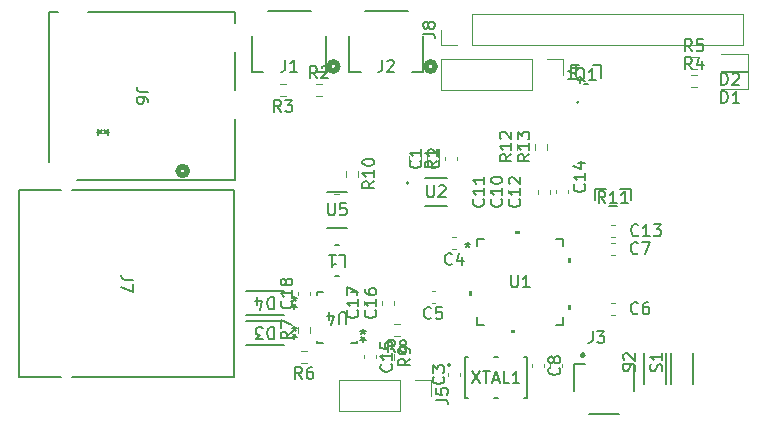
<source format=gbr>
%TF.GenerationSoftware,KiCad,Pcbnew,8.0.2*%
%TF.CreationDate,2024-05-12T14:55:06-05:00*%
%TF.ProjectId,GP2040-RE,47503230-3430-42d5-9245-2e6b69636164,rev?*%
%TF.SameCoordinates,Original*%
%TF.FileFunction,Legend,Top*%
%TF.FilePolarity,Positive*%
%FSLAX46Y46*%
G04 Gerber Fmt 4.6, Leading zero omitted, Abs format (unit mm)*
G04 Created by KiCad (PCBNEW 8.0.2) date 2024-05-12 14:55:06*
%MOMM*%
%LPD*%
G01*
G04 APERTURE LIST*
%ADD10C,0.150000*%
%ADD11C,0.152400*%
%ADD12C,0.120000*%
%ADD13C,0.508000*%
%ADD14C,0.127000*%
%ADD15C,0.300000*%
%ADD16C,0.000000*%
G04 APERTURE END LIST*
D10*
X58904094Y-73205180D02*
X58904094Y-74205180D01*
X58904094Y-74205180D02*
X58665999Y-74205180D01*
X58665999Y-74205180D02*
X58523142Y-74157561D01*
X58523142Y-74157561D02*
X58427904Y-74062323D01*
X58427904Y-74062323D02*
X58380285Y-73967085D01*
X58380285Y-73967085D02*
X58332666Y-73776609D01*
X58332666Y-73776609D02*
X58332666Y-73633752D01*
X58332666Y-73633752D02*
X58380285Y-73443276D01*
X58380285Y-73443276D02*
X58427904Y-73348038D01*
X58427904Y-73348038D02*
X58523142Y-73252800D01*
X58523142Y-73252800D02*
X58665999Y-73205180D01*
X58665999Y-73205180D02*
X58904094Y-73205180D01*
X57475523Y-73871847D02*
X57475523Y-73205180D01*
X57713618Y-74252800D02*
X57951713Y-73538514D01*
X57951713Y-73538514D02*
X57332666Y-73538514D01*
X60655199Y-74205180D02*
X60655199Y-73967085D01*
X60893294Y-74062323D02*
X60655199Y-73967085D01*
X60655199Y-73967085D02*
X60417104Y-74062323D01*
X60798056Y-73776609D02*
X60655199Y-73967085D01*
X60655199Y-73967085D02*
X60512342Y-73776609D01*
X60655200Y-73114819D02*
X60655200Y-73352914D01*
X60417105Y-73257676D02*
X60655200Y-73352914D01*
X60655200Y-73352914D02*
X60893295Y-73257676D01*
X60512343Y-73543390D02*
X60655200Y-73352914D01*
X60655200Y-73352914D02*
X60798057Y-73543390D01*
X85248761Y-54906057D02*
X85153523Y-54858438D01*
X85153523Y-54858438D02*
X85058285Y-54763200D01*
X85058285Y-54763200D02*
X84915428Y-54620342D01*
X84915428Y-54620342D02*
X84820190Y-54572723D01*
X84820190Y-54572723D02*
X84724952Y-54572723D01*
X84772571Y-54810819D02*
X84677333Y-54763200D01*
X84677333Y-54763200D02*
X84582095Y-54667961D01*
X84582095Y-54667961D02*
X84534476Y-54477485D01*
X84534476Y-54477485D02*
X84534476Y-54144152D01*
X84534476Y-54144152D02*
X84582095Y-53953676D01*
X84582095Y-53953676D02*
X84677333Y-53858438D01*
X84677333Y-53858438D02*
X84772571Y-53810819D01*
X84772571Y-53810819D02*
X84963047Y-53810819D01*
X84963047Y-53810819D02*
X85058285Y-53858438D01*
X85058285Y-53858438D02*
X85153523Y-53953676D01*
X85153523Y-53953676D02*
X85201142Y-54144152D01*
X85201142Y-54144152D02*
X85201142Y-54477485D01*
X85201142Y-54477485D02*
X85153523Y-54667961D01*
X85153523Y-54667961D02*
X85058285Y-54763200D01*
X85058285Y-54763200D02*
X84963047Y-54810819D01*
X84963047Y-54810819D02*
X84772571Y-54810819D01*
X86153523Y-54810819D02*
X85582095Y-54810819D01*
X85867809Y-54810819D02*
X85867809Y-53810819D01*
X85867809Y-53810819D02*
X85772571Y-53953676D01*
X85772571Y-53953676D02*
X85677333Y-54048914D01*
X85677333Y-54048914D02*
X85582095Y-54096533D01*
X96797905Y-55224819D02*
X96797905Y-54224819D01*
X96797905Y-54224819D02*
X97036000Y-54224819D01*
X97036000Y-54224819D02*
X97178857Y-54272438D01*
X97178857Y-54272438D02*
X97274095Y-54367676D01*
X97274095Y-54367676D02*
X97321714Y-54462914D01*
X97321714Y-54462914D02*
X97369333Y-54653390D01*
X97369333Y-54653390D02*
X97369333Y-54796247D01*
X97369333Y-54796247D02*
X97321714Y-54986723D01*
X97321714Y-54986723D02*
X97274095Y-55081961D01*
X97274095Y-55081961D02*
X97178857Y-55177200D01*
X97178857Y-55177200D02*
X97036000Y-55224819D01*
X97036000Y-55224819D02*
X96797905Y-55224819D01*
X97750286Y-54320057D02*
X97797905Y-54272438D01*
X97797905Y-54272438D02*
X97893143Y-54224819D01*
X97893143Y-54224819D02*
X98131238Y-54224819D01*
X98131238Y-54224819D02*
X98226476Y-54272438D01*
X98226476Y-54272438D02*
X98274095Y-54320057D01*
X98274095Y-54320057D02*
X98321714Y-54415295D01*
X98321714Y-54415295D02*
X98321714Y-54510533D01*
X98321714Y-54510533D02*
X98274095Y-54653390D01*
X98274095Y-54653390D02*
X97702667Y-55224819D01*
X97702667Y-55224819D02*
X98321714Y-55224819D01*
X71319580Y-61634666D02*
X71367200Y-61682285D01*
X71367200Y-61682285D02*
X71414819Y-61825142D01*
X71414819Y-61825142D02*
X71414819Y-61920380D01*
X71414819Y-61920380D02*
X71367200Y-62063237D01*
X71367200Y-62063237D02*
X71271961Y-62158475D01*
X71271961Y-62158475D02*
X71176723Y-62206094D01*
X71176723Y-62206094D02*
X70986247Y-62253713D01*
X70986247Y-62253713D02*
X70843390Y-62253713D01*
X70843390Y-62253713D02*
X70652914Y-62206094D01*
X70652914Y-62206094D02*
X70557676Y-62158475D01*
X70557676Y-62158475D02*
X70462438Y-62063237D01*
X70462438Y-62063237D02*
X70414819Y-61920380D01*
X70414819Y-61920380D02*
X70414819Y-61825142D01*
X70414819Y-61825142D02*
X70462438Y-61682285D01*
X70462438Y-61682285D02*
X70510057Y-61634666D01*
X71414819Y-60682285D02*
X71414819Y-61253713D01*
X71414819Y-60967999D02*
X70414819Y-60967999D01*
X70414819Y-60967999D02*
X70557676Y-61063237D01*
X70557676Y-61063237D02*
X70652914Y-61158475D01*
X70652914Y-61158475D02*
X70700533Y-61253713D01*
X58904094Y-75745180D02*
X58904094Y-76745180D01*
X58904094Y-76745180D02*
X58665999Y-76745180D01*
X58665999Y-76745180D02*
X58523142Y-76697561D01*
X58523142Y-76697561D02*
X58427904Y-76602323D01*
X58427904Y-76602323D02*
X58380285Y-76507085D01*
X58380285Y-76507085D02*
X58332666Y-76316609D01*
X58332666Y-76316609D02*
X58332666Y-76173752D01*
X58332666Y-76173752D02*
X58380285Y-75983276D01*
X58380285Y-75983276D02*
X58427904Y-75888038D01*
X58427904Y-75888038D02*
X58523142Y-75792800D01*
X58523142Y-75792800D02*
X58665999Y-75745180D01*
X58665999Y-75745180D02*
X58904094Y-75745180D01*
X57999332Y-76745180D02*
X57380285Y-76745180D01*
X57380285Y-76745180D02*
X57713618Y-76364228D01*
X57713618Y-76364228D02*
X57570761Y-76364228D01*
X57570761Y-76364228D02*
X57475523Y-76316609D01*
X57475523Y-76316609D02*
X57427904Y-76268990D01*
X57427904Y-76268990D02*
X57380285Y-76173752D01*
X57380285Y-76173752D02*
X57380285Y-75935657D01*
X57380285Y-75935657D02*
X57427904Y-75840419D01*
X57427904Y-75840419D02*
X57475523Y-75792800D01*
X57475523Y-75792800D02*
X57570761Y-75745180D01*
X57570761Y-75745180D02*
X57856475Y-75745180D01*
X57856475Y-75745180D02*
X57951713Y-75792800D01*
X57951713Y-75792800D02*
X57999332Y-75840419D01*
X60655199Y-76745180D02*
X60655199Y-76507085D01*
X60893294Y-76602323D02*
X60655199Y-76507085D01*
X60655199Y-76507085D02*
X60417104Y-76602323D01*
X60798056Y-76316609D02*
X60655199Y-76507085D01*
X60655199Y-76507085D02*
X60512342Y-76316609D01*
X60655200Y-75654819D02*
X60655200Y-75892914D01*
X60417105Y-75797676D02*
X60655200Y-75892914D01*
X60655200Y-75892914D02*
X60893295Y-75797676D01*
X60512343Y-76083390D02*
X60655200Y-75892914D01*
X60655200Y-75892914D02*
X60798057Y-76083390D01*
X70464819Y-78398666D02*
X69988628Y-78731999D01*
X70464819Y-78970094D02*
X69464819Y-78970094D01*
X69464819Y-78970094D02*
X69464819Y-78589142D01*
X69464819Y-78589142D02*
X69512438Y-78493904D01*
X69512438Y-78493904D02*
X69560057Y-78446285D01*
X69560057Y-78446285D02*
X69655295Y-78398666D01*
X69655295Y-78398666D02*
X69798152Y-78398666D01*
X69798152Y-78398666D02*
X69893390Y-78446285D01*
X69893390Y-78446285D02*
X69941009Y-78493904D01*
X69941009Y-78493904D02*
X69988628Y-78589142D01*
X69988628Y-78589142D02*
X69988628Y-78970094D01*
X70464819Y-77922475D02*
X70464819Y-77731999D01*
X70464819Y-77731999D02*
X70417200Y-77636761D01*
X70417200Y-77636761D02*
X70369580Y-77589142D01*
X70369580Y-77589142D02*
X70226723Y-77493904D01*
X70226723Y-77493904D02*
X70036247Y-77446285D01*
X70036247Y-77446285D02*
X69655295Y-77446285D01*
X69655295Y-77446285D02*
X69560057Y-77493904D01*
X69560057Y-77493904D02*
X69512438Y-77541523D01*
X69512438Y-77541523D02*
X69464819Y-77636761D01*
X69464819Y-77636761D02*
X69464819Y-77827237D01*
X69464819Y-77827237D02*
X69512438Y-77922475D01*
X69512438Y-77922475D02*
X69560057Y-77970094D01*
X69560057Y-77970094D02*
X69655295Y-78017713D01*
X69655295Y-78017713D02*
X69893390Y-78017713D01*
X69893390Y-78017713D02*
X69988628Y-77970094D01*
X69988628Y-77970094D02*
X70036247Y-77922475D01*
X70036247Y-77922475D02*
X70083866Y-77827237D01*
X70083866Y-77827237D02*
X70083866Y-77636761D01*
X70083866Y-77636761D02*
X70036247Y-77541523D01*
X70036247Y-77541523D02*
X69988628Y-77493904D01*
X69988628Y-77493904D02*
X69893390Y-77446285D01*
X68090916Y-53115319D02*
X68090916Y-53829604D01*
X68090916Y-53829604D02*
X68043297Y-53972461D01*
X68043297Y-53972461D02*
X67948059Y-54067700D01*
X67948059Y-54067700D02*
X67805202Y-54115319D01*
X67805202Y-54115319D02*
X67709964Y-54115319D01*
X68519488Y-53210557D02*
X68567107Y-53162938D01*
X68567107Y-53162938D02*
X68662345Y-53115319D01*
X68662345Y-53115319D02*
X68900440Y-53115319D01*
X68900440Y-53115319D02*
X68995678Y-53162938D01*
X68995678Y-53162938D02*
X69043297Y-53210557D01*
X69043297Y-53210557D02*
X69090916Y-53305795D01*
X69090916Y-53305795D02*
X69090916Y-53401033D01*
X69090916Y-53401033D02*
X69043297Y-53543890D01*
X69043297Y-53543890D02*
X68471869Y-54115319D01*
X68471869Y-54115319D02*
X69090916Y-54115319D01*
X65985580Y-74315857D02*
X66033200Y-74363476D01*
X66033200Y-74363476D02*
X66080819Y-74506333D01*
X66080819Y-74506333D02*
X66080819Y-74601571D01*
X66080819Y-74601571D02*
X66033200Y-74744428D01*
X66033200Y-74744428D02*
X65937961Y-74839666D01*
X65937961Y-74839666D02*
X65842723Y-74887285D01*
X65842723Y-74887285D02*
X65652247Y-74934904D01*
X65652247Y-74934904D02*
X65509390Y-74934904D01*
X65509390Y-74934904D02*
X65318914Y-74887285D01*
X65318914Y-74887285D02*
X65223676Y-74839666D01*
X65223676Y-74839666D02*
X65128438Y-74744428D01*
X65128438Y-74744428D02*
X65080819Y-74601571D01*
X65080819Y-74601571D02*
X65080819Y-74506333D01*
X65080819Y-74506333D02*
X65128438Y-74363476D01*
X65128438Y-74363476D02*
X65176057Y-74315857D01*
X66080819Y-73363476D02*
X66080819Y-73934904D01*
X66080819Y-73649190D02*
X65080819Y-73649190D01*
X65080819Y-73649190D02*
X65223676Y-73744428D01*
X65223676Y-73744428D02*
X65318914Y-73839666D01*
X65318914Y-73839666D02*
X65366533Y-73934904D01*
X65080819Y-73030142D02*
X65080819Y-72363476D01*
X65080819Y-72363476D02*
X66080819Y-72792047D01*
X83826819Y-54689333D02*
X84541104Y-54689333D01*
X84541104Y-54689333D02*
X84683961Y-54736952D01*
X84683961Y-54736952D02*
X84779200Y-54832190D01*
X84779200Y-54832190D02*
X84826819Y-54975047D01*
X84826819Y-54975047D02*
X84826819Y-55070285D01*
X84160152Y-53784571D02*
X84826819Y-53784571D01*
X83779200Y-54022666D02*
X84493485Y-54260761D01*
X84493485Y-54260761D02*
X84493485Y-53641714D01*
X61301333Y-80116819D02*
X60968000Y-79640628D01*
X60729905Y-80116819D02*
X60729905Y-79116819D01*
X60729905Y-79116819D02*
X61110857Y-79116819D01*
X61110857Y-79116819D02*
X61206095Y-79164438D01*
X61206095Y-79164438D02*
X61253714Y-79212057D01*
X61253714Y-79212057D02*
X61301333Y-79307295D01*
X61301333Y-79307295D02*
X61301333Y-79450152D01*
X61301333Y-79450152D02*
X61253714Y-79545390D01*
X61253714Y-79545390D02*
X61206095Y-79593009D01*
X61206095Y-79593009D02*
X61110857Y-79640628D01*
X61110857Y-79640628D02*
X60729905Y-79640628D01*
X62158476Y-79116819D02*
X61968000Y-79116819D01*
X61968000Y-79116819D02*
X61872762Y-79164438D01*
X61872762Y-79164438D02*
X61825143Y-79212057D01*
X61825143Y-79212057D02*
X61729905Y-79354914D01*
X61729905Y-79354914D02*
X61682286Y-79545390D01*
X61682286Y-79545390D02*
X61682286Y-79926342D01*
X61682286Y-79926342D02*
X61729905Y-80021580D01*
X61729905Y-80021580D02*
X61777524Y-80069200D01*
X61777524Y-80069200D02*
X61872762Y-80116819D01*
X61872762Y-80116819D02*
X62063238Y-80116819D01*
X62063238Y-80116819D02*
X62158476Y-80069200D01*
X62158476Y-80069200D02*
X62206095Y-80021580D01*
X62206095Y-80021580D02*
X62253714Y-79926342D01*
X62253714Y-79926342D02*
X62253714Y-79688247D01*
X62253714Y-79688247D02*
X62206095Y-79593009D01*
X62206095Y-79593009D02*
X62158476Y-79545390D01*
X62158476Y-79545390D02*
X62063238Y-79497771D01*
X62063238Y-79497771D02*
X61872762Y-79497771D01*
X61872762Y-79497771D02*
X61777524Y-79545390D01*
X61777524Y-79545390D02*
X61729905Y-79593009D01*
X61729905Y-79593009D02*
X61682286Y-79688247D01*
X48297180Y-55800666D02*
X47582895Y-55800666D01*
X47582895Y-55800666D02*
X47440038Y-55753047D01*
X47440038Y-55753047D02*
X47344800Y-55657809D01*
X47344800Y-55657809D02*
X47297180Y-55514952D01*
X47297180Y-55514952D02*
X47297180Y-55419714D01*
X48297180Y-56705428D02*
X48297180Y-56514952D01*
X48297180Y-56514952D02*
X48249561Y-56419714D01*
X48249561Y-56419714D02*
X48201942Y-56372095D01*
X48201942Y-56372095D02*
X48059085Y-56276857D01*
X48059085Y-56276857D02*
X47868609Y-56229238D01*
X47868609Y-56229238D02*
X47487657Y-56229238D01*
X47487657Y-56229238D02*
X47392419Y-56276857D01*
X47392419Y-56276857D02*
X47344800Y-56324476D01*
X47344800Y-56324476D02*
X47297180Y-56419714D01*
X47297180Y-56419714D02*
X47297180Y-56610190D01*
X47297180Y-56610190D02*
X47344800Y-56705428D01*
X47344800Y-56705428D02*
X47392419Y-56753047D01*
X47392419Y-56753047D02*
X47487657Y-56800666D01*
X47487657Y-56800666D02*
X47725752Y-56800666D01*
X47725752Y-56800666D02*
X47820990Y-56753047D01*
X47820990Y-56753047D02*
X47868609Y-56705428D01*
X47868609Y-56705428D02*
X47916228Y-56610190D01*
X47916228Y-56610190D02*
X47916228Y-56419714D01*
X47916228Y-56419714D02*
X47868609Y-56324476D01*
X47868609Y-56324476D02*
X47820990Y-56276857D01*
X47820990Y-56276857D02*
X47725752Y-56229238D01*
X44995180Y-59182000D02*
X44757085Y-59182000D01*
X44852323Y-58943905D02*
X44757085Y-59182000D01*
X44757085Y-59182000D02*
X44852323Y-59420095D01*
X44566609Y-59039143D02*
X44757085Y-59182000D01*
X44757085Y-59182000D02*
X44566609Y-59324857D01*
X43904819Y-59181999D02*
X44142914Y-59181999D01*
X44047676Y-59420094D02*
X44142914Y-59181999D01*
X44142914Y-59181999D02*
X44047676Y-58943904D01*
X44333390Y-59324856D02*
X44142914Y-59181999D01*
X44142914Y-59181999D02*
X44333390Y-59039142D01*
X96797905Y-56748819D02*
X96797905Y-55748819D01*
X96797905Y-55748819D02*
X97036000Y-55748819D01*
X97036000Y-55748819D02*
X97178857Y-55796438D01*
X97178857Y-55796438D02*
X97274095Y-55891676D01*
X97274095Y-55891676D02*
X97321714Y-55986914D01*
X97321714Y-55986914D02*
X97369333Y-56177390D01*
X97369333Y-56177390D02*
X97369333Y-56320247D01*
X97369333Y-56320247D02*
X97321714Y-56510723D01*
X97321714Y-56510723D02*
X97274095Y-56605961D01*
X97274095Y-56605961D02*
X97178857Y-56701200D01*
X97178857Y-56701200D02*
X97036000Y-56748819D01*
X97036000Y-56748819D02*
X96797905Y-56748819D01*
X98321714Y-56748819D02*
X97750286Y-56748819D01*
X98036000Y-56748819D02*
X98036000Y-55748819D01*
X98036000Y-55748819D02*
X97940762Y-55891676D01*
X97940762Y-55891676D02*
X97845524Y-55986914D01*
X97845524Y-55986914D02*
X97750286Y-56034533D01*
X72236333Y-74941580D02*
X72188714Y-74989200D01*
X72188714Y-74989200D02*
X72045857Y-75036819D01*
X72045857Y-75036819D02*
X71950619Y-75036819D01*
X71950619Y-75036819D02*
X71807762Y-74989200D01*
X71807762Y-74989200D02*
X71712524Y-74893961D01*
X71712524Y-74893961D02*
X71664905Y-74798723D01*
X71664905Y-74798723D02*
X71617286Y-74608247D01*
X71617286Y-74608247D02*
X71617286Y-74465390D01*
X71617286Y-74465390D02*
X71664905Y-74274914D01*
X71664905Y-74274914D02*
X71712524Y-74179676D01*
X71712524Y-74179676D02*
X71807762Y-74084438D01*
X71807762Y-74084438D02*
X71950619Y-74036819D01*
X71950619Y-74036819D02*
X72045857Y-74036819D01*
X72045857Y-74036819D02*
X72188714Y-74084438D01*
X72188714Y-74084438D02*
X72236333Y-74132057D01*
X73141095Y-74036819D02*
X72664905Y-74036819D01*
X72664905Y-74036819D02*
X72617286Y-74513009D01*
X72617286Y-74513009D02*
X72664905Y-74465390D01*
X72664905Y-74465390D02*
X72760143Y-74417771D01*
X72760143Y-74417771D02*
X72998238Y-74417771D01*
X72998238Y-74417771D02*
X73093476Y-74465390D01*
X73093476Y-74465390D02*
X73141095Y-74513009D01*
X73141095Y-74513009D02*
X73188714Y-74608247D01*
X73188714Y-74608247D02*
X73188714Y-74846342D01*
X73188714Y-74846342D02*
X73141095Y-74941580D01*
X73141095Y-74941580D02*
X73093476Y-74989200D01*
X73093476Y-74989200D02*
X72998238Y-75036819D01*
X72998238Y-75036819D02*
X72760143Y-75036819D01*
X72760143Y-75036819D02*
X72664905Y-74989200D01*
X72664905Y-74989200D02*
X72617286Y-74941580D01*
X71551819Y-50879333D02*
X72266104Y-50879333D01*
X72266104Y-50879333D02*
X72408961Y-50926952D01*
X72408961Y-50926952D02*
X72504200Y-51022190D01*
X72504200Y-51022190D02*
X72551819Y-51165047D01*
X72551819Y-51165047D02*
X72551819Y-51260285D01*
X71980390Y-50260285D02*
X71932771Y-50355523D01*
X71932771Y-50355523D02*
X71885152Y-50403142D01*
X71885152Y-50403142D02*
X71789914Y-50450761D01*
X71789914Y-50450761D02*
X71742295Y-50450761D01*
X71742295Y-50450761D02*
X71647057Y-50403142D01*
X71647057Y-50403142D02*
X71599438Y-50355523D01*
X71599438Y-50355523D02*
X71551819Y-50260285D01*
X71551819Y-50260285D02*
X71551819Y-50069809D01*
X71551819Y-50069809D02*
X71599438Y-49974571D01*
X71599438Y-49974571D02*
X71647057Y-49926952D01*
X71647057Y-49926952D02*
X71742295Y-49879333D01*
X71742295Y-49879333D02*
X71789914Y-49879333D01*
X71789914Y-49879333D02*
X71885152Y-49926952D01*
X71885152Y-49926952D02*
X71932771Y-49974571D01*
X71932771Y-49974571D02*
X71980390Y-50069809D01*
X71980390Y-50069809D02*
X71980390Y-50260285D01*
X71980390Y-50260285D02*
X72028009Y-50355523D01*
X72028009Y-50355523D02*
X72075628Y-50403142D01*
X72075628Y-50403142D02*
X72170866Y-50450761D01*
X72170866Y-50450761D02*
X72361342Y-50450761D01*
X72361342Y-50450761D02*
X72456580Y-50403142D01*
X72456580Y-50403142D02*
X72504200Y-50355523D01*
X72504200Y-50355523D02*
X72551819Y-50260285D01*
X72551819Y-50260285D02*
X72551819Y-50069809D01*
X72551819Y-50069809D02*
X72504200Y-49974571D01*
X72504200Y-49974571D02*
X72456580Y-49926952D01*
X72456580Y-49926952D02*
X72361342Y-49879333D01*
X72361342Y-49879333D02*
X72170866Y-49879333D01*
X72170866Y-49879333D02*
X72075628Y-49926952D01*
X72075628Y-49926952D02*
X72028009Y-49974571D01*
X72028009Y-49974571D02*
X71980390Y-50069809D01*
X89749333Y-74527580D02*
X89701714Y-74575200D01*
X89701714Y-74575200D02*
X89558857Y-74622819D01*
X89558857Y-74622819D02*
X89463619Y-74622819D01*
X89463619Y-74622819D02*
X89320762Y-74575200D01*
X89320762Y-74575200D02*
X89225524Y-74479961D01*
X89225524Y-74479961D02*
X89177905Y-74384723D01*
X89177905Y-74384723D02*
X89130286Y-74194247D01*
X89130286Y-74194247D02*
X89130286Y-74051390D01*
X89130286Y-74051390D02*
X89177905Y-73860914D01*
X89177905Y-73860914D02*
X89225524Y-73765676D01*
X89225524Y-73765676D02*
X89320762Y-73670438D01*
X89320762Y-73670438D02*
X89463619Y-73622819D01*
X89463619Y-73622819D02*
X89558857Y-73622819D01*
X89558857Y-73622819D02*
X89701714Y-73670438D01*
X89701714Y-73670438D02*
X89749333Y-73718057D01*
X90606476Y-73622819D02*
X90416000Y-73622819D01*
X90416000Y-73622819D02*
X90320762Y-73670438D01*
X90320762Y-73670438D02*
X90273143Y-73718057D01*
X90273143Y-73718057D02*
X90177905Y-73860914D01*
X90177905Y-73860914D02*
X90130286Y-74051390D01*
X90130286Y-74051390D02*
X90130286Y-74432342D01*
X90130286Y-74432342D02*
X90177905Y-74527580D01*
X90177905Y-74527580D02*
X90225524Y-74575200D01*
X90225524Y-74575200D02*
X90320762Y-74622819D01*
X90320762Y-74622819D02*
X90511238Y-74622819D01*
X90511238Y-74622819D02*
X90606476Y-74575200D01*
X90606476Y-74575200D02*
X90654095Y-74527580D01*
X90654095Y-74527580D02*
X90701714Y-74432342D01*
X90701714Y-74432342D02*
X90701714Y-74194247D01*
X90701714Y-74194247D02*
X90654095Y-74099009D01*
X90654095Y-74099009D02*
X90606476Y-74051390D01*
X90606476Y-74051390D02*
X90511238Y-74003771D01*
X90511238Y-74003771D02*
X90320762Y-74003771D01*
X90320762Y-74003771D02*
X90225524Y-74051390D01*
X90225524Y-74051390D02*
X90177905Y-74099009D01*
X90177905Y-74099009D02*
X90130286Y-74194247D01*
X79701580Y-64917857D02*
X79749200Y-64965476D01*
X79749200Y-64965476D02*
X79796819Y-65108333D01*
X79796819Y-65108333D02*
X79796819Y-65203571D01*
X79796819Y-65203571D02*
X79749200Y-65346428D01*
X79749200Y-65346428D02*
X79653961Y-65441666D01*
X79653961Y-65441666D02*
X79558723Y-65489285D01*
X79558723Y-65489285D02*
X79368247Y-65536904D01*
X79368247Y-65536904D02*
X79225390Y-65536904D01*
X79225390Y-65536904D02*
X79034914Y-65489285D01*
X79034914Y-65489285D02*
X78939676Y-65441666D01*
X78939676Y-65441666D02*
X78844438Y-65346428D01*
X78844438Y-65346428D02*
X78796819Y-65203571D01*
X78796819Y-65203571D02*
X78796819Y-65108333D01*
X78796819Y-65108333D02*
X78844438Y-64965476D01*
X78844438Y-64965476D02*
X78892057Y-64917857D01*
X79796819Y-63965476D02*
X79796819Y-64536904D01*
X79796819Y-64251190D02*
X78796819Y-64251190D01*
X78796819Y-64251190D02*
X78939676Y-64346428D01*
X78939676Y-64346428D02*
X79034914Y-64441666D01*
X79034914Y-64441666D02*
X79082533Y-64536904D01*
X78892057Y-63584523D02*
X78844438Y-63536904D01*
X78844438Y-63536904D02*
X78796819Y-63441666D01*
X78796819Y-63441666D02*
X78796819Y-63203571D01*
X78796819Y-63203571D02*
X78844438Y-63108333D01*
X78844438Y-63108333D02*
X78892057Y-63060714D01*
X78892057Y-63060714D02*
X78987295Y-63013095D01*
X78987295Y-63013095D02*
X79082533Y-63013095D01*
X79082533Y-63013095D02*
X79225390Y-63060714D01*
X79225390Y-63060714D02*
X79796819Y-63632142D01*
X79796819Y-63632142D02*
X79796819Y-63013095D01*
X60492819Y-76112666D02*
X60016628Y-76445999D01*
X60492819Y-76684094D02*
X59492819Y-76684094D01*
X59492819Y-76684094D02*
X59492819Y-76303142D01*
X59492819Y-76303142D02*
X59540438Y-76207904D01*
X59540438Y-76207904D02*
X59588057Y-76160285D01*
X59588057Y-76160285D02*
X59683295Y-76112666D01*
X59683295Y-76112666D02*
X59826152Y-76112666D01*
X59826152Y-76112666D02*
X59921390Y-76160285D01*
X59921390Y-76160285D02*
X59969009Y-76207904D01*
X59969009Y-76207904D02*
X60016628Y-76303142D01*
X60016628Y-76303142D02*
X60016628Y-76684094D01*
X59492819Y-75779332D02*
X59492819Y-75112666D01*
X59492819Y-75112666D02*
X60492819Y-75541237D01*
X67416819Y-63380857D02*
X66940628Y-63714190D01*
X67416819Y-63952285D02*
X66416819Y-63952285D01*
X66416819Y-63952285D02*
X66416819Y-63571333D01*
X66416819Y-63571333D02*
X66464438Y-63476095D01*
X66464438Y-63476095D02*
X66512057Y-63428476D01*
X66512057Y-63428476D02*
X66607295Y-63380857D01*
X66607295Y-63380857D02*
X66750152Y-63380857D01*
X66750152Y-63380857D02*
X66845390Y-63428476D01*
X66845390Y-63428476D02*
X66893009Y-63476095D01*
X66893009Y-63476095D02*
X66940628Y-63571333D01*
X66940628Y-63571333D02*
X66940628Y-63952285D01*
X67416819Y-62428476D02*
X67416819Y-62999904D01*
X67416819Y-62714190D02*
X66416819Y-62714190D01*
X66416819Y-62714190D02*
X66559676Y-62809428D01*
X66559676Y-62809428D02*
X66654914Y-62904666D01*
X66654914Y-62904666D02*
X66702533Y-62999904D01*
X66416819Y-61809428D02*
X66416819Y-61714190D01*
X66416819Y-61714190D02*
X66464438Y-61618952D01*
X66464438Y-61618952D02*
X66512057Y-61571333D01*
X66512057Y-61571333D02*
X66607295Y-61523714D01*
X66607295Y-61523714D02*
X66797771Y-61476095D01*
X66797771Y-61476095D02*
X67035866Y-61476095D01*
X67035866Y-61476095D02*
X67226342Y-61523714D01*
X67226342Y-61523714D02*
X67321580Y-61571333D01*
X67321580Y-61571333D02*
X67369200Y-61618952D01*
X67369200Y-61618952D02*
X67416819Y-61714190D01*
X67416819Y-61714190D02*
X67416819Y-61809428D01*
X67416819Y-61809428D02*
X67369200Y-61904666D01*
X67369200Y-61904666D02*
X67321580Y-61952285D01*
X67321580Y-61952285D02*
X67226342Y-61999904D01*
X67226342Y-61999904D02*
X67035866Y-62047523D01*
X67035866Y-62047523D02*
X66797771Y-62047523D01*
X66797771Y-62047523D02*
X66607295Y-61999904D01*
X66607295Y-61999904D02*
X66512057Y-61952285D01*
X66512057Y-61952285D02*
X66464438Y-61904666D01*
X66464438Y-61904666D02*
X66416819Y-61809428D01*
X74001333Y-70369580D02*
X73953714Y-70417200D01*
X73953714Y-70417200D02*
X73810857Y-70464819D01*
X73810857Y-70464819D02*
X73715619Y-70464819D01*
X73715619Y-70464819D02*
X73572762Y-70417200D01*
X73572762Y-70417200D02*
X73477524Y-70321961D01*
X73477524Y-70321961D02*
X73429905Y-70226723D01*
X73429905Y-70226723D02*
X73382286Y-70036247D01*
X73382286Y-70036247D02*
X73382286Y-69893390D01*
X73382286Y-69893390D02*
X73429905Y-69702914D01*
X73429905Y-69702914D02*
X73477524Y-69607676D01*
X73477524Y-69607676D02*
X73572762Y-69512438D01*
X73572762Y-69512438D02*
X73715619Y-69464819D01*
X73715619Y-69464819D02*
X73810857Y-69464819D01*
X73810857Y-69464819D02*
X73953714Y-69512438D01*
X73953714Y-69512438D02*
X74001333Y-69560057D01*
X74858476Y-69798152D02*
X74858476Y-70464819D01*
X74620381Y-69417200D02*
X74382286Y-70131485D01*
X74382286Y-70131485D02*
X75001333Y-70131485D01*
X72843580Y-61634666D02*
X72891200Y-61682285D01*
X72891200Y-61682285D02*
X72938819Y-61825142D01*
X72938819Y-61825142D02*
X72938819Y-61920380D01*
X72938819Y-61920380D02*
X72891200Y-62063237D01*
X72891200Y-62063237D02*
X72795961Y-62158475D01*
X72795961Y-62158475D02*
X72700723Y-62206094D01*
X72700723Y-62206094D02*
X72510247Y-62253713D01*
X72510247Y-62253713D02*
X72367390Y-62253713D01*
X72367390Y-62253713D02*
X72176914Y-62206094D01*
X72176914Y-62206094D02*
X72081676Y-62158475D01*
X72081676Y-62158475D02*
X71986438Y-62063237D01*
X71986438Y-62063237D02*
X71938819Y-61920380D01*
X71938819Y-61920380D02*
X71938819Y-61825142D01*
X71938819Y-61825142D02*
X71986438Y-61682285D01*
X71986438Y-61682285D02*
X72034057Y-61634666D01*
X72034057Y-61253713D02*
X71986438Y-61206094D01*
X71986438Y-61206094D02*
X71938819Y-61110856D01*
X71938819Y-61110856D02*
X71938819Y-60872761D01*
X71938819Y-60872761D02*
X71986438Y-60777523D01*
X71986438Y-60777523D02*
X72034057Y-60729904D01*
X72034057Y-60729904D02*
X72129295Y-60682285D01*
X72129295Y-60682285D02*
X72224533Y-60682285D01*
X72224533Y-60682285D02*
X72367390Y-60729904D01*
X72367390Y-60729904D02*
X72938819Y-61301332D01*
X72938819Y-61301332D02*
X72938819Y-60682285D01*
X89455966Y-79460197D02*
X89503646Y-79317156D01*
X89503646Y-79317156D02*
X89503646Y-79078753D01*
X89503646Y-79078753D02*
X89455966Y-78983392D01*
X89455966Y-78983392D02*
X89408285Y-78935712D01*
X89408285Y-78935712D02*
X89312924Y-78888031D01*
X89312924Y-78888031D02*
X89217563Y-78888031D01*
X89217563Y-78888031D02*
X89122202Y-78935712D01*
X89122202Y-78935712D02*
X89074521Y-78983392D01*
X89074521Y-78983392D02*
X89026841Y-79078753D01*
X89026841Y-79078753D02*
X88979160Y-79269475D01*
X88979160Y-79269475D02*
X88931480Y-79364836D01*
X88931480Y-79364836D02*
X88883799Y-79412517D01*
X88883799Y-79412517D02*
X88788438Y-79460197D01*
X88788438Y-79460197D02*
X88693077Y-79460197D01*
X88693077Y-79460197D02*
X88597716Y-79412517D01*
X88597716Y-79412517D02*
X88550036Y-79364836D01*
X88550036Y-79364836D02*
X88502355Y-79269475D01*
X88502355Y-79269475D02*
X88502355Y-79031073D01*
X88502355Y-79031073D02*
X88550036Y-78888031D01*
X88597716Y-78506587D02*
X88550036Y-78458907D01*
X88550036Y-78458907D02*
X88502355Y-78363546D01*
X88502355Y-78363546D02*
X88502355Y-78125143D01*
X88502355Y-78125143D02*
X88550036Y-78029782D01*
X88550036Y-78029782D02*
X88597716Y-77982102D01*
X88597716Y-77982102D02*
X88693077Y-77934421D01*
X88693077Y-77934421D02*
X88788438Y-77934421D01*
X88788438Y-77934421D02*
X88931480Y-77982102D01*
X88931480Y-77982102D02*
X89503646Y-78554268D01*
X89503646Y-78554268D02*
X89503646Y-77934421D01*
X78177580Y-64904857D02*
X78225200Y-64952476D01*
X78225200Y-64952476D02*
X78272819Y-65095333D01*
X78272819Y-65095333D02*
X78272819Y-65190571D01*
X78272819Y-65190571D02*
X78225200Y-65333428D01*
X78225200Y-65333428D02*
X78129961Y-65428666D01*
X78129961Y-65428666D02*
X78034723Y-65476285D01*
X78034723Y-65476285D02*
X77844247Y-65523904D01*
X77844247Y-65523904D02*
X77701390Y-65523904D01*
X77701390Y-65523904D02*
X77510914Y-65476285D01*
X77510914Y-65476285D02*
X77415676Y-65428666D01*
X77415676Y-65428666D02*
X77320438Y-65333428D01*
X77320438Y-65333428D02*
X77272819Y-65190571D01*
X77272819Y-65190571D02*
X77272819Y-65095333D01*
X77272819Y-65095333D02*
X77320438Y-64952476D01*
X77320438Y-64952476D02*
X77368057Y-64904857D01*
X78272819Y-63952476D02*
X78272819Y-64523904D01*
X78272819Y-64238190D02*
X77272819Y-64238190D01*
X77272819Y-64238190D02*
X77415676Y-64333428D01*
X77415676Y-64333428D02*
X77510914Y-64428666D01*
X77510914Y-64428666D02*
X77558533Y-64523904D01*
X77272819Y-63333428D02*
X77272819Y-63238190D01*
X77272819Y-63238190D02*
X77320438Y-63142952D01*
X77320438Y-63142952D02*
X77368057Y-63095333D01*
X77368057Y-63095333D02*
X77463295Y-63047714D01*
X77463295Y-63047714D02*
X77653771Y-63000095D01*
X77653771Y-63000095D02*
X77891866Y-63000095D01*
X77891866Y-63000095D02*
X78082342Y-63047714D01*
X78082342Y-63047714D02*
X78177580Y-63095333D01*
X78177580Y-63095333D02*
X78225200Y-63142952D01*
X78225200Y-63142952D02*
X78272819Y-63238190D01*
X78272819Y-63238190D02*
X78272819Y-63333428D01*
X78272819Y-63333428D02*
X78225200Y-63428666D01*
X78225200Y-63428666D02*
X78177580Y-63476285D01*
X78177580Y-63476285D02*
X78082342Y-63523904D01*
X78082342Y-63523904D02*
X77891866Y-63571523D01*
X77891866Y-63571523D02*
X77653771Y-63571523D01*
X77653771Y-63571523D02*
X77463295Y-63523904D01*
X77463295Y-63523904D02*
X77368057Y-63476285D01*
X77368057Y-63476285D02*
X77320438Y-63428666D01*
X77320438Y-63428666D02*
X77272819Y-63333428D01*
X63500095Y-65240819D02*
X63500095Y-66050342D01*
X63500095Y-66050342D02*
X63547714Y-66145580D01*
X63547714Y-66145580D02*
X63595333Y-66193200D01*
X63595333Y-66193200D02*
X63690571Y-66240819D01*
X63690571Y-66240819D02*
X63881047Y-66240819D01*
X63881047Y-66240819D02*
X63976285Y-66193200D01*
X63976285Y-66193200D02*
X64023904Y-66145580D01*
X64023904Y-66145580D02*
X64071523Y-66050342D01*
X64071523Y-66050342D02*
X64071523Y-65240819D01*
X65023904Y-65240819D02*
X64547714Y-65240819D01*
X64547714Y-65240819D02*
X64500095Y-65717009D01*
X64500095Y-65717009D02*
X64547714Y-65669390D01*
X64547714Y-65669390D02*
X64642952Y-65621771D01*
X64642952Y-65621771D02*
X64881047Y-65621771D01*
X64881047Y-65621771D02*
X64976285Y-65669390D01*
X64976285Y-65669390D02*
X65023904Y-65717009D01*
X65023904Y-65717009D02*
X65071523Y-65812247D01*
X65071523Y-65812247D02*
X65071523Y-66050342D01*
X65071523Y-66050342D02*
X65023904Y-66145580D01*
X65023904Y-66145580D02*
X64976285Y-66193200D01*
X64976285Y-66193200D02*
X64881047Y-66240819D01*
X64881047Y-66240819D02*
X64642952Y-66240819D01*
X64642952Y-66240819D02*
X64547714Y-66193200D01*
X64547714Y-66193200D02*
X64500095Y-66145580D01*
X73257580Y-79922666D02*
X73305200Y-79970285D01*
X73305200Y-79970285D02*
X73352819Y-80113142D01*
X73352819Y-80113142D02*
X73352819Y-80208380D01*
X73352819Y-80208380D02*
X73305200Y-80351237D01*
X73305200Y-80351237D02*
X73209961Y-80446475D01*
X73209961Y-80446475D02*
X73114723Y-80494094D01*
X73114723Y-80494094D02*
X72924247Y-80541713D01*
X72924247Y-80541713D02*
X72781390Y-80541713D01*
X72781390Y-80541713D02*
X72590914Y-80494094D01*
X72590914Y-80494094D02*
X72495676Y-80446475D01*
X72495676Y-80446475D02*
X72400438Y-80351237D01*
X72400438Y-80351237D02*
X72352819Y-80208380D01*
X72352819Y-80208380D02*
X72352819Y-80113142D01*
X72352819Y-80113142D02*
X72400438Y-79970285D01*
X72400438Y-79970285D02*
X72448057Y-79922666D01*
X72352819Y-79589332D02*
X72352819Y-78970285D01*
X72352819Y-78970285D02*
X72733771Y-79303618D01*
X72733771Y-79303618D02*
X72733771Y-79160761D01*
X72733771Y-79160761D02*
X72781390Y-79065523D01*
X72781390Y-79065523D02*
X72829009Y-79017904D01*
X72829009Y-79017904D02*
X72924247Y-78970285D01*
X72924247Y-78970285D02*
X73162342Y-78970285D01*
X73162342Y-78970285D02*
X73257580Y-79017904D01*
X73257580Y-79017904D02*
X73305200Y-79065523D01*
X73305200Y-79065523D02*
X73352819Y-79160761D01*
X73352819Y-79160761D02*
X73352819Y-79446475D01*
X73352819Y-79446475D02*
X73305200Y-79541713D01*
X73305200Y-79541713D02*
X73257580Y-79589332D01*
X46988880Y-71700966D02*
X46274595Y-71700966D01*
X46274595Y-71700966D02*
X46131738Y-71653347D01*
X46131738Y-71653347D02*
X46036500Y-71558109D01*
X46036500Y-71558109D02*
X45988880Y-71415252D01*
X45988880Y-71415252D02*
X45988880Y-71320014D01*
X46988880Y-72081919D02*
X46988880Y-72748585D01*
X46988880Y-72748585D02*
X45988880Y-72320014D01*
X85899666Y-76067819D02*
X85899666Y-76782104D01*
X85899666Y-76782104D02*
X85852047Y-76924961D01*
X85852047Y-76924961D02*
X85756809Y-77020200D01*
X85756809Y-77020200D02*
X85613952Y-77067819D01*
X85613952Y-77067819D02*
X85518714Y-77067819D01*
X86280619Y-76067819D02*
X86899666Y-76067819D01*
X86899666Y-76067819D02*
X86566333Y-76448771D01*
X86566333Y-76448771D02*
X86709190Y-76448771D01*
X86709190Y-76448771D02*
X86804428Y-76496390D01*
X86804428Y-76496390D02*
X86852047Y-76544009D01*
X86852047Y-76544009D02*
X86899666Y-76639247D01*
X86899666Y-76639247D02*
X86899666Y-76877342D01*
X86899666Y-76877342D02*
X86852047Y-76972580D01*
X86852047Y-76972580D02*
X86804428Y-77020200D01*
X86804428Y-77020200D02*
X86709190Y-77067819D01*
X86709190Y-77067819D02*
X86423476Y-77067819D01*
X86423476Y-77067819D02*
X86328238Y-77020200D01*
X86328238Y-77020200D02*
X86280619Y-76972580D01*
X65023904Y-75475180D02*
X65023904Y-74665657D01*
X65023904Y-74665657D02*
X64976285Y-74570419D01*
X64976285Y-74570419D02*
X64928666Y-74522800D01*
X64928666Y-74522800D02*
X64833428Y-74475180D01*
X64833428Y-74475180D02*
X64642952Y-74475180D01*
X64642952Y-74475180D02*
X64547714Y-74522800D01*
X64547714Y-74522800D02*
X64500095Y-74570419D01*
X64500095Y-74570419D02*
X64452476Y-74665657D01*
X64452476Y-74665657D02*
X64452476Y-75475180D01*
X63547714Y-75141847D02*
X63547714Y-74475180D01*
X63785809Y-75522800D02*
X64023904Y-74808514D01*
X64023904Y-74808514D02*
X63404857Y-74808514D01*
X66450599Y-76975558D02*
X66450599Y-76737463D01*
X66688694Y-76832701D02*
X66450599Y-76737463D01*
X66450599Y-76737463D02*
X66212504Y-76832701D01*
X66593456Y-76546987D02*
X66450599Y-76737463D01*
X66450599Y-76737463D02*
X66307742Y-76546987D01*
X66450600Y-75885197D02*
X66450600Y-76123292D01*
X66212505Y-76028054D02*
X66450600Y-76123292D01*
X66450600Y-76123292D02*
X66688695Y-76028054D01*
X66307743Y-76313768D02*
X66450600Y-76123292D01*
X66450600Y-76123292D02*
X66593457Y-76313768D01*
X76653580Y-64904857D02*
X76701200Y-64952476D01*
X76701200Y-64952476D02*
X76748819Y-65095333D01*
X76748819Y-65095333D02*
X76748819Y-65190571D01*
X76748819Y-65190571D02*
X76701200Y-65333428D01*
X76701200Y-65333428D02*
X76605961Y-65428666D01*
X76605961Y-65428666D02*
X76510723Y-65476285D01*
X76510723Y-65476285D02*
X76320247Y-65523904D01*
X76320247Y-65523904D02*
X76177390Y-65523904D01*
X76177390Y-65523904D02*
X75986914Y-65476285D01*
X75986914Y-65476285D02*
X75891676Y-65428666D01*
X75891676Y-65428666D02*
X75796438Y-65333428D01*
X75796438Y-65333428D02*
X75748819Y-65190571D01*
X75748819Y-65190571D02*
X75748819Y-65095333D01*
X75748819Y-65095333D02*
X75796438Y-64952476D01*
X75796438Y-64952476D02*
X75844057Y-64904857D01*
X76748819Y-63952476D02*
X76748819Y-64523904D01*
X76748819Y-64238190D02*
X75748819Y-64238190D01*
X75748819Y-64238190D02*
X75891676Y-64333428D01*
X75891676Y-64333428D02*
X75986914Y-64428666D01*
X75986914Y-64428666D02*
X76034533Y-64523904D01*
X76748819Y-63000095D02*
X76748819Y-63571523D01*
X76748819Y-63285809D02*
X75748819Y-63285809D01*
X75748819Y-63285809D02*
X75891676Y-63381047D01*
X75891676Y-63381047D02*
X75986914Y-63476285D01*
X75986914Y-63476285D02*
X76034533Y-63571523D01*
X85195580Y-63647857D02*
X85243200Y-63695476D01*
X85243200Y-63695476D02*
X85290819Y-63838333D01*
X85290819Y-63838333D02*
X85290819Y-63933571D01*
X85290819Y-63933571D02*
X85243200Y-64076428D01*
X85243200Y-64076428D02*
X85147961Y-64171666D01*
X85147961Y-64171666D02*
X85052723Y-64219285D01*
X85052723Y-64219285D02*
X84862247Y-64266904D01*
X84862247Y-64266904D02*
X84719390Y-64266904D01*
X84719390Y-64266904D02*
X84528914Y-64219285D01*
X84528914Y-64219285D02*
X84433676Y-64171666D01*
X84433676Y-64171666D02*
X84338438Y-64076428D01*
X84338438Y-64076428D02*
X84290819Y-63933571D01*
X84290819Y-63933571D02*
X84290819Y-63838333D01*
X84290819Y-63838333D02*
X84338438Y-63695476D01*
X84338438Y-63695476D02*
X84386057Y-63647857D01*
X85290819Y-62695476D02*
X85290819Y-63266904D01*
X85290819Y-62981190D02*
X84290819Y-62981190D01*
X84290819Y-62981190D02*
X84433676Y-63076428D01*
X84433676Y-63076428D02*
X84528914Y-63171666D01*
X84528914Y-63171666D02*
X84576533Y-63266904D01*
X84624152Y-61838333D02*
X85290819Y-61838333D01*
X84243200Y-62076428D02*
X84957485Y-62314523D01*
X84957485Y-62314523D02*
X84957485Y-61695476D01*
X79034819Y-61094857D02*
X78558628Y-61428190D01*
X79034819Y-61666285D02*
X78034819Y-61666285D01*
X78034819Y-61666285D02*
X78034819Y-61285333D01*
X78034819Y-61285333D02*
X78082438Y-61190095D01*
X78082438Y-61190095D02*
X78130057Y-61142476D01*
X78130057Y-61142476D02*
X78225295Y-61094857D01*
X78225295Y-61094857D02*
X78368152Y-61094857D01*
X78368152Y-61094857D02*
X78463390Y-61142476D01*
X78463390Y-61142476D02*
X78511009Y-61190095D01*
X78511009Y-61190095D02*
X78558628Y-61285333D01*
X78558628Y-61285333D02*
X78558628Y-61666285D01*
X79034819Y-60142476D02*
X79034819Y-60713904D01*
X79034819Y-60428190D02*
X78034819Y-60428190D01*
X78034819Y-60428190D02*
X78177676Y-60523428D01*
X78177676Y-60523428D02*
X78272914Y-60618666D01*
X78272914Y-60618666D02*
X78320533Y-60713904D01*
X78130057Y-59761523D02*
X78082438Y-59713904D01*
X78082438Y-59713904D02*
X78034819Y-59618666D01*
X78034819Y-59618666D02*
X78034819Y-59380571D01*
X78034819Y-59380571D02*
X78082438Y-59285333D01*
X78082438Y-59285333D02*
X78130057Y-59237714D01*
X78130057Y-59237714D02*
X78225295Y-59190095D01*
X78225295Y-59190095D02*
X78320533Y-59190095D01*
X78320533Y-59190095D02*
X78463390Y-59237714D01*
X78463390Y-59237714D02*
X79034819Y-59809142D01*
X79034819Y-59809142D02*
X79034819Y-59190095D01*
X59523333Y-57510819D02*
X59190000Y-57034628D01*
X58951905Y-57510819D02*
X58951905Y-56510819D01*
X58951905Y-56510819D02*
X59332857Y-56510819D01*
X59332857Y-56510819D02*
X59428095Y-56558438D01*
X59428095Y-56558438D02*
X59475714Y-56606057D01*
X59475714Y-56606057D02*
X59523333Y-56701295D01*
X59523333Y-56701295D02*
X59523333Y-56844152D01*
X59523333Y-56844152D02*
X59475714Y-56939390D01*
X59475714Y-56939390D02*
X59428095Y-56987009D01*
X59428095Y-56987009D02*
X59332857Y-57034628D01*
X59332857Y-57034628D02*
X58951905Y-57034628D01*
X59856667Y-56510819D02*
X60475714Y-56510819D01*
X60475714Y-56510819D02*
X60142381Y-56891771D01*
X60142381Y-56891771D02*
X60285238Y-56891771D01*
X60285238Y-56891771D02*
X60380476Y-56939390D01*
X60380476Y-56939390D02*
X60428095Y-56987009D01*
X60428095Y-56987009D02*
X60475714Y-57082247D01*
X60475714Y-57082247D02*
X60475714Y-57320342D01*
X60475714Y-57320342D02*
X60428095Y-57415580D01*
X60428095Y-57415580D02*
X60380476Y-57463200D01*
X60380476Y-57463200D02*
X60285238Y-57510819D01*
X60285238Y-57510819D02*
X59999524Y-57510819D01*
X59999524Y-57510819D02*
X59904286Y-57463200D01*
X59904286Y-57463200D02*
X59856667Y-57415580D01*
X67509580Y-74315857D02*
X67557200Y-74363476D01*
X67557200Y-74363476D02*
X67604819Y-74506333D01*
X67604819Y-74506333D02*
X67604819Y-74601571D01*
X67604819Y-74601571D02*
X67557200Y-74744428D01*
X67557200Y-74744428D02*
X67461961Y-74839666D01*
X67461961Y-74839666D02*
X67366723Y-74887285D01*
X67366723Y-74887285D02*
X67176247Y-74934904D01*
X67176247Y-74934904D02*
X67033390Y-74934904D01*
X67033390Y-74934904D02*
X66842914Y-74887285D01*
X66842914Y-74887285D02*
X66747676Y-74839666D01*
X66747676Y-74839666D02*
X66652438Y-74744428D01*
X66652438Y-74744428D02*
X66604819Y-74601571D01*
X66604819Y-74601571D02*
X66604819Y-74506333D01*
X66604819Y-74506333D02*
X66652438Y-74363476D01*
X66652438Y-74363476D02*
X66700057Y-74315857D01*
X67604819Y-73363476D02*
X67604819Y-73934904D01*
X67604819Y-73649190D02*
X66604819Y-73649190D01*
X66604819Y-73649190D02*
X66747676Y-73744428D01*
X66747676Y-73744428D02*
X66842914Y-73839666D01*
X66842914Y-73839666D02*
X66890533Y-73934904D01*
X66604819Y-72506333D02*
X66604819Y-72696809D01*
X66604819Y-72696809D02*
X66652438Y-72792047D01*
X66652438Y-72792047D02*
X66700057Y-72839666D01*
X66700057Y-72839666D02*
X66842914Y-72934904D01*
X66842914Y-72934904D02*
X67033390Y-72982523D01*
X67033390Y-72982523D02*
X67414342Y-72982523D01*
X67414342Y-72982523D02*
X67509580Y-72934904D01*
X67509580Y-72934904D02*
X67557200Y-72887285D01*
X67557200Y-72887285D02*
X67604819Y-72792047D01*
X67604819Y-72792047D02*
X67604819Y-72601571D01*
X67604819Y-72601571D02*
X67557200Y-72506333D01*
X67557200Y-72506333D02*
X67509580Y-72458714D01*
X67509580Y-72458714D02*
X67414342Y-72411095D01*
X67414342Y-72411095D02*
X67176247Y-72411095D01*
X67176247Y-72411095D02*
X67081009Y-72458714D01*
X67081009Y-72458714D02*
X67033390Y-72506333D01*
X67033390Y-72506333D02*
X66985771Y-72601571D01*
X66985771Y-72601571D02*
X66985771Y-72792047D01*
X66985771Y-72792047D02*
X67033390Y-72887285D01*
X67033390Y-72887285D02*
X67081009Y-72934904D01*
X67081009Y-72934904D02*
X67176247Y-72982523D01*
X78994095Y-71336819D02*
X78994095Y-72146342D01*
X78994095Y-72146342D02*
X79041714Y-72241580D01*
X79041714Y-72241580D02*
X79089333Y-72289200D01*
X79089333Y-72289200D02*
X79184571Y-72336819D01*
X79184571Y-72336819D02*
X79375047Y-72336819D01*
X79375047Y-72336819D02*
X79470285Y-72289200D01*
X79470285Y-72289200D02*
X79517904Y-72241580D01*
X79517904Y-72241580D02*
X79565523Y-72146342D01*
X79565523Y-72146342D02*
X79565523Y-71336819D01*
X80565523Y-72336819D02*
X79994095Y-72336819D01*
X80279809Y-72336819D02*
X80279809Y-71336819D01*
X80279809Y-71336819D02*
X80184571Y-71479676D01*
X80184571Y-71479676D02*
X80089333Y-71574914D01*
X80089333Y-71574914D02*
X79994095Y-71622533D01*
X75311000Y-68536819D02*
X75311000Y-68774914D01*
X75072905Y-68679676D02*
X75311000Y-68774914D01*
X75311000Y-68774914D02*
X75549095Y-68679676D01*
X75168143Y-68965390D02*
X75311000Y-68774914D01*
X75311000Y-68774914D02*
X75453857Y-68965390D01*
X75311000Y-68536819D02*
X75311000Y-68774914D01*
X75072905Y-68679676D02*
X75311000Y-68774914D01*
X75311000Y-68774914D02*
X75549095Y-68679676D01*
X75168143Y-68965390D02*
X75311000Y-68774914D01*
X75311000Y-68774914D02*
X75453857Y-68965390D01*
X59864666Y-53115319D02*
X59864666Y-53829604D01*
X59864666Y-53829604D02*
X59817047Y-53972461D01*
X59817047Y-53972461D02*
X59721809Y-54067700D01*
X59721809Y-54067700D02*
X59578952Y-54115319D01*
X59578952Y-54115319D02*
X59483714Y-54115319D01*
X60864666Y-54115319D02*
X60293238Y-54115319D01*
X60578952Y-54115319D02*
X60578952Y-53115319D01*
X60578952Y-53115319D02*
X60483714Y-53258176D01*
X60483714Y-53258176D02*
X60388476Y-53353414D01*
X60388476Y-53353414D02*
X60293238Y-53401033D01*
X64428666Y-69649180D02*
X64904856Y-69649180D01*
X64904856Y-69649180D02*
X64904856Y-70649180D01*
X63571523Y-69649180D02*
X64142951Y-69649180D01*
X63857237Y-69649180D02*
X63857237Y-70649180D01*
X63857237Y-70649180D02*
X63952475Y-70506323D01*
X63952475Y-70506323D02*
X64047713Y-70411085D01*
X64047713Y-70411085D02*
X64142951Y-70363466D01*
X91741966Y-79460197D02*
X91789646Y-79317156D01*
X91789646Y-79317156D02*
X91789646Y-79078753D01*
X91789646Y-79078753D02*
X91741966Y-78983392D01*
X91741966Y-78983392D02*
X91694285Y-78935712D01*
X91694285Y-78935712D02*
X91598924Y-78888031D01*
X91598924Y-78888031D02*
X91503563Y-78888031D01*
X91503563Y-78888031D02*
X91408202Y-78935712D01*
X91408202Y-78935712D02*
X91360521Y-78983392D01*
X91360521Y-78983392D02*
X91312841Y-79078753D01*
X91312841Y-79078753D02*
X91265160Y-79269475D01*
X91265160Y-79269475D02*
X91217480Y-79364836D01*
X91217480Y-79364836D02*
X91169799Y-79412517D01*
X91169799Y-79412517D02*
X91074438Y-79460197D01*
X91074438Y-79460197D02*
X90979077Y-79460197D01*
X90979077Y-79460197D02*
X90883716Y-79412517D01*
X90883716Y-79412517D02*
X90836036Y-79364836D01*
X90836036Y-79364836D02*
X90788355Y-79269475D01*
X90788355Y-79269475D02*
X90788355Y-79031073D01*
X90788355Y-79031073D02*
X90836036Y-78888031D01*
X91789646Y-77934421D02*
X91789646Y-78506587D01*
X91789646Y-78220504D02*
X90788355Y-78220504D01*
X90788355Y-78220504D02*
X90931397Y-78315865D01*
X90931397Y-78315865D02*
X91026758Y-78411226D01*
X91026758Y-78411226D02*
X91074438Y-78506587D01*
X83069580Y-79160666D02*
X83117200Y-79208285D01*
X83117200Y-79208285D02*
X83164819Y-79351142D01*
X83164819Y-79351142D02*
X83164819Y-79446380D01*
X83164819Y-79446380D02*
X83117200Y-79589237D01*
X83117200Y-79589237D02*
X83021961Y-79684475D01*
X83021961Y-79684475D02*
X82926723Y-79732094D01*
X82926723Y-79732094D02*
X82736247Y-79779713D01*
X82736247Y-79779713D02*
X82593390Y-79779713D01*
X82593390Y-79779713D02*
X82402914Y-79732094D01*
X82402914Y-79732094D02*
X82307676Y-79684475D01*
X82307676Y-79684475D02*
X82212438Y-79589237D01*
X82212438Y-79589237D02*
X82164819Y-79446380D01*
X82164819Y-79446380D02*
X82164819Y-79351142D01*
X82164819Y-79351142D02*
X82212438Y-79208285D01*
X82212438Y-79208285D02*
X82260057Y-79160666D01*
X82593390Y-78589237D02*
X82545771Y-78684475D01*
X82545771Y-78684475D02*
X82498152Y-78732094D01*
X82498152Y-78732094D02*
X82402914Y-78779713D01*
X82402914Y-78779713D02*
X82355295Y-78779713D01*
X82355295Y-78779713D02*
X82260057Y-78732094D01*
X82260057Y-78732094D02*
X82212438Y-78684475D01*
X82212438Y-78684475D02*
X82164819Y-78589237D01*
X82164819Y-78589237D02*
X82164819Y-78398761D01*
X82164819Y-78398761D02*
X82212438Y-78303523D01*
X82212438Y-78303523D02*
X82260057Y-78255904D01*
X82260057Y-78255904D02*
X82355295Y-78208285D01*
X82355295Y-78208285D02*
X82402914Y-78208285D01*
X82402914Y-78208285D02*
X82498152Y-78255904D01*
X82498152Y-78255904D02*
X82545771Y-78303523D01*
X82545771Y-78303523D02*
X82593390Y-78398761D01*
X82593390Y-78398761D02*
X82593390Y-78589237D01*
X82593390Y-78589237D02*
X82641009Y-78684475D01*
X82641009Y-78684475D02*
X82688628Y-78732094D01*
X82688628Y-78732094D02*
X82783866Y-78779713D01*
X82783866Y-78779713D02*
X82974342Y-78779713D01*
X82974342Y-78779713D02*
X83069580Y-78732094D01*
X83069580Y-78732094D02*
X83117200Y-78684475D01*
X83117200Y-78684475D02*
X83164819Y-78589237D01*
X83164819Y-78589237D02*
X83164819Y-78398761D01*
X83164819Y-78398761D02*
X83117200Y-78303523D01*
X83117200Y-78303523D02*
X83069580Y-78255904D01*
X83069580Y-78255904D02*
X82974342Y-78208285D01*
X82974342Y-78208285D02*
X82783866Y-78208285D01*
X82783866Y-78208285D02*
X82688628Y-78255904D01*
X82688628Y-78255904D02*
X82641009Y-78303523D01*
X82641009Y-78303523D02*
X82593390Y-78398761D01*
X89749333Y-69447580D02*
X89701714Y-69495200D01*
X89701714Y-69495200D02*
X89558857Y-69542819D01*
X89558857Y-69542819D02*
X89463619Y-69542819D01*
X89463619Y-69542819D02*
X89320762Y-69495200D01*
X89320762Y-69495200D02*
X89225524Y-69399961D01*
X89225524Y-69399961D02*
X89177905Y-69304723D01*
X89177905Y-69304723D02*
X89130286Y-69114247D01*
X89130286Y-69114247D02*
X89130286Y-68971390D01*
X89130286Y-68971390D02*
X89177905Y-68780914D01*
X89177905Y-68780914D02*
X89225524Y-68685676D01*
X89225524Y-68685676D02*
X89320762Y-68590438D01*
X89320762Y-68590438D02*
X89463619Y-68542819D01*
X89463619Y-68542819D02*
X89558857Y-68542819D01*
X89558857Y-68542819D02*
X89701714Y-68590438D01*
X89701714Y-68590438D02*
X89749333Y-68638057D01*
X90082667Y-68542819D02*
X90749333Y-68542819D01*
X90749333Y-68542819D02*
X90320762Y-69542819D01*
X89781142Y-67923580D02*
X89733523Y-67971200D01*
X89733523Y-67971200D02*
X89590666Y-68018819D01*
X89590666Y-68018819D02*
X89495428Y-68018819D01*
X89495428Y-68018819D02*
X89352571Y-67971200D01*
X89352571Y-67971200D02*
X89257333Y-67875961D01*
X89257333Y-67875961D02*
X89209714Y-67780723D01*
X89209714Y-67780723D02*
X89162095Y-67590247D01*
X89162095Y-67590247D02*
X89162095Y-67447390D01*
X89162095Y-67447390D02*
X89209714Y-67256914D01*
X89209714Y-67256914D02*
X89257333Y-67161676D01*
X89257333Y-67161676D02*
X89352571Y-67066438D01*
X89352571Y-67066438D02*
X89495428Y-67018819D01*
X89495428Y-67018819D02*
X89590666Y-67018819D01*
X89590666Y-67018819D02*
X89733523Y-67066438D01*
X89733523Y-67066438D02*
X89781142Y-67114057D01*
X90733523Y-68018819D02*
X90162095Y-68018819D01*
X90447809Y-68018819D02*
X90447809Y-67018819D01*
X90447809Y-67018819D02*
X90352571Y-67161676D01*
X90352571Y-67161676D02*
X90257333Y-67256914D01*
X90257333Y-67256914D02*
X90162095Y-67304533D01*
X91066857Y-67018819D02*
X91685904Y-67018819D01*
X91685904Y-67018819D02*
X91352571Y-67399771D01*
X91352571Y-67399771D02*
X91495428Y-67399771D01*
X91495428Y-67399771D02*
X91590666Y-67447390D01*
X91590666Y-67447390D02*
X91638285Y-67495009D01*
X91638285Y-67495009D02*
X91685904Y-67590247D01*
X91685904Y-67590247D02*
X91685904Y-67828342D01*
X91685904Y-67828342D02*
X91638285Y-67923580D01*
X91638285Y-67923580D02*
X91590666Y-67971200D01*
X91590666Y-67971200D02*
X91495428Y-68018819D01*
X91495428Y-68018819D02*
X91209714Y-68018819D01*
X91209714Y-68018819D02*
X91114476Y-67971200D01*
X91114476Y-67971200D02*
X91066857Y-67923580D01*
X86987142Y-65224819D02*
X86653809Y-64748628D01*
X86415714Y-65224819D02*
X86415714Y-64224819D01*
X86415714Y-64224819D02*
X86796666Y-64224819D01*
X86796666Y-64224819D02*
X86891904Y-64272438D01*
X86891904Y-64272438D02*
X86939523Y-64320057D01*
X86939523Y-64320057D02*
X86987142Y-64415295D01*
X86987142Y-64415295D02*
X86987142Y-64558152D01*
X86987142Y-64558152D02*
X86939523Y-64653390D01*
X86939523Y-64653390D02*
X86891904Y-64701009D01*
X86891904Y-64701009D02*
X86796666Y-64748628D01*
X86796666Y-64748628D02*
X86415714Y-64748628D01*
X87939523Y-65224819D02*
X87368095Y-65224819D01*
X87653809Y-65224819D02*
X87653809Y-64224819D01*
X87653809Y-64224819D02*
X87558571Y-64367676D01*
X87558571Y-64367676D02*
X87463333Y-64462914D01*
X87463333Y-64462914D02*
X87368095Y-64510533D01*
X88891904Y-65224819D02*
X88320476Y-65224819D01*
X88606190Y-65224819D02*
X88606190Y-64224819D01*
X88606190Y-64224819D02*
X88510952Y-64367676D01*
X88510952Y-64367676D02*
X88415714Y-64462914D01*
X88415714Y-64462914D02*
X88320476Y-64510533D01*
X75700190Y-79464819D02*
X76366856Y-80464819D01*
X76366856Y-79464819D02*
X75700190Y-80464819D01*
X76604952Y-79464819D02*
X77176380Y-79464819D01*
X76890666Y-80464819D02*
X76890666Y-79464819D01*
X77462095Y-80179104D02*
X77938285Y-80179104D01*
X77366857Y-80464819D02*
X77700190Y-79464819D01*
X77700190Y-79464819D02*
X78033523Y-80464819D01*
X78843047Y-80464819D02*
X78366857Y-80464819D01*
X78366857Y-80464819D02*
X78366857Y-79464819D01*
X79700190Y-80464819D02*
X79128762Y-80464819D01*
X79414476Y-80464819D02*
X79414476Y-79464819D01*
X79414476Y-79464819D02*
X79319238Y-79607676D01*
X79319238Y-79607676D02*
X79224000Y-79702914D01*
X79224000Y-79702914D02*
X79128762Y-79750533D01*
X80558819Y-61094857D02*
X80082628Y-61428190D01*
X80558819Y-61666285D02*
X79558819Y-61666285D01*
X79558819Y-61666285D02*
X79558819Y-61285333D01*
X79558819Y-61285333D02*
X79606438Y-61190095D01*
X79606438Y-61190095D02*
X79654057Y-61142476D01*
X79654057Y-61142476D02*
X79749295Y-61094857D01*
X79749295Y-61094857D02*
X79892152Y-61094857D01*
X79892152Y-61094857D02*
X79987390Y-61142476D01*
X79987390Y-61142476D02*
X80035009Y-61190095D01*
X80035009Y-61190095D02*
X80082628Y-61285333D01*
X80082628Y-61285333D02*
X80082628Y-61666285D01*
X80558819Y-60142476D02*
X80558819Y-60713904D01*
X80558819Y-60428190D02*
X79558819Y-60428190D01*
X79558819Y-60428190D02*
X79701676Y-60523428D01*
X79701676Y-60523428D02*
X79796914Y-60618666D01*
X79796914Y-60618666D02*
X79844533Y-60713904D01*
X79558819Y-59809142D02*
X79558819Y-59190095D01*
X79558819Y-59190095D02*
X79939771Y-59523428D01*
X79939771Y-59523428D02*
X79939771Y-59380571D01*
X79939771Y-59380571D02*
X79987390Y-59285333D01*
X79987390Y-59285333D02*
X80035009Y-59237714D01*
X80035009Y-59237714D02*
X80130247Y-59190095D01*
X80130247Y-59190095D02*
X80368342Y-59190095D01*
X80368342Y-59190095D02*
X80463580Y-59237714D01*
X80463580Y-59237714D02*
X80511200Y-59285333D01*
X80511200Y-59285333D02*
X80558819Y-59380571D01*
X80558819Y-59380571D02*
X80558819Y-59666285D01*
X80558819Y-59666285D02*
X80511200Y-59761523D01*
X80511200Y-59761523D02*
X80463580Y-59809142D01*
X71882095Y-63716819D02*
X71882095Y-64526342D01*
X71882095Y-64526342D02*
X71929714Y-64621580D01*
X71929714Y-64621580D02*
X71977333Y-64669200D01*
X71977333Y-64669200D02*
X72072571Y-64716819D01*
X72072571Y-64716819D02*
X72263047Y-64716819D01*
X72263047Y-64716819D02*
X72358285Y-64669200D01*
X72358285Y-64669200D02*
X72405904Y-64621580D01*
X72405904Y-64621580D02*
X72453523Y-64526342D01*
X72453523Y-64526342D02*
X72453523Y-63716819D01*
X72882095Y-63812057D02*
X72929714Y-63764438D01*
X72929714Y-63764438D02*
X73024952Y-63716819D01*
X73024952Y-63716819D02*
X73263047Y-63716819D01*
X73263047Y-63716819D02*
X73358285Y-63764438D01*
X73358285Y-63764438D02*
X73405904Y-63812057D01*
X73405904Y-63812057D02*
X73453523Y-63907295D01*
X73453523Y-63907295D02*
X73453523Y-64002533D01*
X73453523Y-64002533D02*
X73405904Y-64145390D01*
X73405904Y-64145390D02*
X72834476Y-64716819D01*
X72834476Y-64716819D02*
X73453523Y-64716819D01*
X69175333Y-77830819D02*
X68842000Y-77354628D01*
X68603905Y-77830819D02*
X68603905Y-76830819D01*
X68603905Y-76830819D02*
X68984857Y-76830819D01*
X68984857Y-76830819D02*
X69080095Y-76878438D01*
X69080095Y-76878438D02*
X69127714Y-76926057D01*
X69127714Y-76926057D02*
X69175333Y-77021295D01*
X69175333Y-77021295D02*
X69175333Y-77164152D01*
X69175333Y-77164152D02*
X69127714Y-77259390D01*
X69127714Y-77259390D02*
X69080095Y-77307009D01*
X69080095Y-77307009D02*
X68984857Y-77354628D01*
X68984857Y-77354628D02*
X68603905Y-77354628D01*
X69746762Y-77259390D02*
X69651524Y-77211771D01*
X69651524Y-77211771D02*
X69603905Y-77164152D01*
X69603905Y-77164152D02*
X69556286Y-77068914D01*
X69556286Y-77068914D02*
X69556286Y-77021295D01*
X69556286Y-77021295D02*
X69603905Y-76926057D01*
X69603905Y-76926057D02*
X69651524Y-76878438D01*
X69651524Y-76878438D02*
X69746762Y-76830819D01*
X69746762Y-76830819D02*
X69937238Y-76830819D01*
X69937238Y-76830819D02*
X70032476Y-76878438D01*
X70032476Y-76878438D02*
X70080095Y-76926057D01*
X70080095Y-76926057D02*
X70127714Y-77021295D01*
X70127714Y-77021295D02*
X70127714Y-77068914D01*
X70127714Y-77068914D02*
X70080095Y-77164152D01*
X70080095Y-77164152D02*
X70032476Y-77211771D01*
X70032476Y-77211771D02*
X69937238Y-77259390D01*
X69937238Y-77259390D02*
X69746762Y-77259390D01*
X69746762Y-77259390D02*
X69651524Y-77307009D01*
X69651524Y-77307009D02*
X69603905Y-77354628D01*
X69603905Y-77354628D02*
X69556286Y-77449866D01*
X69556286Y-77449866D02*
X69556286Y-77640342D01*
X69556286Y-77640342D02*
X69603905Y-77735580D01*
X69603905Y-77735580D02*
X69651524Y-77783200D01*
X69651524Y-77783200D02*
X69746762Y-77830819D01*
X69746762Y-77830819D02*
X69937238Y-77830819D01*
X69937238Y-77830819D02*
X70032476Y-77783200D01*
X70032476Y-77783200D02*
X70080095Y-77735580D01*
X70080095Y-77735580D02*
X70127714Y-77640342D01*
X70127714Y-77640342D02*
X70127714Y-77449866D01*
X70127714Y-77449866D02*
X70080095Y-77354628D01*
X70080095Y-77354628D02*
X70032476Y-77307009D01*
X70032476Y-77307009D02*
X69937238Y-77259390D01*
X94321333Y-52364819D02*
X93988000Y-51888628D01*
X93749905Y-52364819D02*
X93749905Y-51364819D01*
X93749905Y-51364819D02*
X94130857Y-51364819D01*
X94130857Y-51364819D02*
X94226095Y-51412438D01*
X94226095Y-51412438D02*
X94273714Y-51460057D01*
X94273714Y-51460057D02*
X94321333Y-51555295D01*
X94321333Y-51555295D02*
X94321333Y-51698152D01*
X94321333Y-51698152D02*
X94273714Y-51793390D01*
X94273714Y-51793390D02*
X94226095Y-51841009D01*
X94226095Y-51841009D02*
X94130857Y-51888628D01*
X94130857Y-51888628D02*
X93749905Y-51888628D01*
X95226095Y-51364819D02*
X94749905Y-51364819D01*
X94749905Y-51364819D02*
X94702286Y-51841009D01*
X94702286Y-51841009D02*
X94749905Y-51793390D01*
X94749905Y-51793390D02*
X94845143Y-51745771D01*
X94845143Y-51745771D02*
X95083238Y-51745771D01*
X95083238Y-51745771D02*
X95178476Y-51793390D01*
X95178476Y-51793390D02*
X95226095Y-51841009D01*
X95226095Y-51841009D02*
X95273714Y-51936247D01*
X95273714Y-51936247D02*
X95273714Y-52174342D01*
X95273714Y-52174342D02*
X95226095Y-52269580D01*
X95226095Y-52269580D02*
X95178476Y-52317200D01*
X95178476Y-52317200D02*
X95083238Y-52364819D01*
X95083238Y-52364819D02*
X94845143Y-52364819D01*
X94845143Y-52364819D02*
X94749905Y-52317200D01*
X94749905Y-52317200D02*
X94702286Y-52269580D01*
X94321333Y-53888819D02*
X93988000Y-53412628D01*
X93749905Y-53888819D02*
X93749905Y-52888819D01*
X93749905Y-52888819D02*
X94130857Y-52888819D01*
X94130857Y-52888819D02*
X94226095Y-52936438D01*
X94226095Y-52936438D02*
X94273714Y-52984057D01*
X94273714Y-52984057D02*
X94321333Y-53079295D01*
X94321333Y-53079295D02*
X94321333Y-53222152D01*
X94321333Y-53222152D02*
X94273714Y-53317390D01*
X94273714Y-53317390D02*
X94226095Y-53365009D01*
X94226095Y-53365009D02*
X94130857Y-53412628D01*
X94130857Y-53412628D02*
X93749905Y-53412628D01*
X95178476Y-53222152D02*
X95178476Y-53888819D01*
X94940381Y-52841200D02*
X94702286Y-53555485D01*
X94702286Y-53555485D02*
X95321333Y-53555485D01*
X60397580Y-73527857D02*
X60445200Y-73575476D01*
X60445200Y-73575476D02*
X60492819Y-73718333D01*
X60492819Y-73718333D02*
X60492819Y-73813571D01*
X60492819Y-73813571D02*
X60445200Y-73956428D01*
X60445200Y-73956428D02*
X60349961Y-74051666D01*
X60349961Y-74051666D02*
X60254723Y-74099285D01*
X60254723Y-74099285D02*
X60064247Y-74146904D01*
X60064247Y-74146904D02*
X59921390Y-74146904D01*
X59921390Y-74146904D02*
X59730914Y-74099285D01*
X59730914Y-74099285D02*
X59635676Y-74051666D01*
X59635676Y-74051666D02*
X59540438Y-73956428D01*
X59540438Y-73956428D02*
X59492819Y-73813571D01*
X59492819Y-73813571D02*
X59492819Y-73718333D01*
X59492819Y-73718333D02*
X59540438Y-73575476D01*
X59540438Y-73575476D02*
X59588057Y-73527857D01*
X60492819Y-72575476D02*
X60492819Y-73146904D01*
X60492819Y-72861190D02*
X59492819Y-72861190D01*
X59492819Y-72861190D02*
X59635676Y-72956428D01*
X59635676Y-72956428D02*
X59730914Y-73051666D01*
X59730914Y-73051666D02*
X59778533Y-73146904D01*
X59921390Y-72004047D02*
X59873771Y-72099285D01*
X59873771Y-72099285D02*
X59826152Y-72146904D01*
X59826152Y-72146904D02*
X59730914Y-72194523D01*
X59730914Y-72194523D02*
X59683295Y-72194523D01*
X59683295Y-72194523D02*
X59588057Y-72146904D01*
X59588057Y-72146904D02*
X59540438Y-72099285D01*
X59540438Y-72099285D02*
X59492819Y-72004047D01*
X59492819Y-72004047D02*
X59492819Y-71813571D01*
X59492819Y-71813571D02*
X59540438Y-71718333D01*
X59540438Y-71718333D02*
X59588057Y-71670714D01*
X59588057Y-71670714D02*
X59683295Y-71623095D01*
X59683295Y-71623095D02*
X59730914Y-71623095D01*
X59730914Y-71623095D02*
X59826152Y-71670714D01*
X59826152Y-71670714D02*
X59873771Y-71718333D01*
X59873771Y-71718333D02*
X59921390Y-71813571D01*
X59921390Y-71813571D02*
X59921390Y-72004047D01*
X59921390Y-72004047D02*
X59969009Y-72099285D01*
X59969009Y-72099285D02*
X60016628Y-72146904D01*
X60016628Y-72146904D02*
X60111866Y-72194523D01*
X60111866Y-72194523D02*
X60302342Y-72194523D01*
X60302342Y-72194523D02*
X60397580Y-72146904D01*
X60397580Y-72146904D02*
X60445200Y-72099285D01*
X60445200Y-72099285D02*
X60492819Y-72004047D01*
X60492819Y-72004047D02*
X60492819Y-71813571D01*
X60492819Y-71813571D02*
X60445200Y-71718333D01*
X60445200Y-71718333D02*
X60397580Y-71670714D01*
X60397580Y-71670714D02*
X60302342Y-71623095D01*
X60302342Y-71623095D02*
X60111866Y-71623095D01*
X60111866Y-71623095D02*
X60016628Y-71670714D01*
X60016628Y-71670714D02*
X59969009Y-71718333D01*
X59969009Y-71718333D02*
X59921390Y-71813571D01*
X72650819Y-81867333D02*
X73365104Y-81867333D01*
X73365104Y-81867333D02*
X73507961Y-81914952D01*
X73507961Y-81914952D02*
X73603200Y-82010190D01*
X73603200Y-82010190D02*
X73650819Y-82153047D01*
X73650819Y-82153047D02*
X73650819Y-82248285D01*
X72650819Y-80914952D02*
X72650819Y-81391142D01*
X72650819Y-81391142D02*
X73127009Y-81438761D01*
X73127009Y-81438761D02*
X73079390Y-81391142D01*
X73079390Y-81391142D02*
X73031771Y-81295904D01*
X73031771Y-81295904D02*
X73031771Y-81057809D01*
X73031771Y-81057809D02*
X73079390Y-80962571D01*
X73079390Y-80962571D02*
X73127009Y-80914952D01*
X73127009Y-80914952D02*
X73222247Y-80867333D01*
X73222247Y-80867333D02*
X73460342Y-80867333D01*
X73460342Y-80867333D02*
X73555580Y-80914952D01*
X73555580Y-80914952D02*
X73603200Y-80962571D01*
X73603200Y-80962571D02*
X73650819Y-81057809D01*
X73650819Y-81057809D02*
X73650819Y-81295904D01*
X73650819Y-81295904D02*
X73603200Y-81391142D01*
X73603200Y-81391142D02*
X73555580Y-81438761D01*
X72750819Y-61634666D02*
X72274628Y-61967999D01*
X72750819Y-62206094D02*
X71750819Y-62206094D01*
X71750819Y-62206094D02*
X71750819Y-61825142D01*
X71750819Y-61825142D02*
X71798438Y-61729904D01*
X71798438Y-61729904D02*
X71846057Y-61682285D01*
X71846057Y-61682285D02*
X71941295Y-61634666D01*
X71941295Y-61634666D02*
X72084152Y-61634666D01*
X72084152Y-61634666D02*
X72179390Y-61682285D01*
X72179390Y-61682285D02*
X72227009Y-61729904D01*
X72227009Y-61729904D02*
X72274628Y-61825142D01*
X72274628Y-61825142D02*
X72274628Y-62206094D01*
X72750819Y-60682285D02*
X72750819Y-61253713D01*
X72750819Y-60967999D02*
X71750819Y-60967999D01*
X71750819Y-60967999D02*
X71893676Y-61063237D01*
X71893676Y-61063237D02*
X71988914Y-61158475D01*
X71988914Y-61158475D02*
X72036533Y-61253713D01*
X62571333Y-54650819D02*
X62238000Y-54174628D01*
X61999905Y-54650819D02*
X61999905Y-53650819D01*
X61999905Y-53650819D02*
X62380857Y-53650819D01*
X62380857Y-53650819D02*
X62476095Y-53698438D01*
X62476095Y-53698438D02*
X62523714Y-53746057D01*
X62523714Y-53746057D02*
X62571333Y-53841295D01*
X62571333Y-53841295D02*
X62571333Y-53984152D01*
X62571333Y-53984152D02*
X62523714Y-54079390D01*
X62523714Y-54079390D02*
X62476095Y-54127009D01*
X62476095Y-54127009D02*
X62380857Y-54174628D01*
X62380857Y-54174628D02*
X61999905Y-54174628D01*
X62952286Y-53746057D02*
X62999905Y-53698438D01*
X62999905Y-53698438D02*
X63095143Y-53650819D01*
X63095143Y-53650819D02*
X63333238Y-53650819D01*
X63333238Y-53650819D02*
X63428476Y-53698438D01*
X63428476Y-53698438D02*
X63476095Y-53746057D01*
X63476095Y-53746057D02*
X63523714Y-53841295D01*
X63523714Y-53841295D02*
X63523714Y-53936533D01*
X63523714Y-53936533D02*
X63476095Y-54079390D01*
X63476095Y-54079390D02*
X62904667Y-54650819D01*
X62904667Y-54650819D02*
X63523714Y-54650819D01*
X68845580Y-78874857D02*
X68893200Y-78922476D01*
X68893200Y-78922476D02*
X68940819Y-79065333D01*
X68940819Y-79065333D02*
X68940819Y-79160571D01*
X68940819Y-79160571D02*
X68893200Y-79303428D01*
X68893200Y-79303428D02*
X68797961Y-79398666D01*
X68797961Y-79398666D02*
X68702723Y-79446285D01*
X68702723Y-79446285D02*
X68512247Y-79493904D01*
X68512247Y-79493904D02*
X68369390Y-79493904D01*
X68369390Y-79493904D02*
X68178914Y-79446285D01*
X68178914Y-79446285D02*
X68083676Y-79398666D01*
X68083676Y-79398666D02*
X67988438Y-79303428D01*
X67988438Y-79303428D02*
X67940819Y-79160571D01*
X67940819Y-79160571D02*
X67940819Y-79065333D01*
X67940819Y-79065333D02*
X67988438Y-78922476D01*
X67988438Y-78922476D02*
X68036057Y-78874857D01*
X68940819Y-77922476D02*
X68940819Y-78493904D01*
X68940819Y-78208190D02*
X67940819Y-78208190D01*
X67940819Y-78208190D02*
X68083676Y-78303428D01*
X68083676Y-78303428D02*
X68178914Y-78398666D01*
X68178914Y-78398666D02*
X68226533Y-78493904D01*
X67940819Y-77017714D02*
X67940819Y-77493904D01*
X67940819Y-77493904D02*
X68417009Y-77541523D01*
X68417009Y-77541523D02*
X68369390Y-77493904D01*
X68369390Y-77493904D02*
X68321771Y-77398666D01*
X68321771Y-77398666D02*
X68321771Y-77160571D01*
X68321771Y-77160571D02*
X68369390Y-77065333D01*
X68369390Y-77065333D02*
X68417009Y-77017714D01*
X68417009Y-77017714D02*
X68512247Y-76970095D01*
X68512247Y-76970095D02*
X68750342Y-76970095D01*
X68750342Y-76970095D02*
X68845580Y-77017714D01*
X68845580Y-77017714D02*
X68893200Y-77065333D01*
X68893200Y-77065333D02*
X68940819Y-77160571D01*
X68940819Y-77160571D02*
X68940819Y-77398666D01*
X68940819Y-77398666D02*
X68893200Y-77493904D01*
X68893200Y-77493904D02*
X68845580Y-77541523D01*
D11*
%TO.C,D4*%
X56591200Y-74688700D02*
X59740800Y-74688700D01*
X59740800Y-72631300D02*
X56591200Y-72631300D01*
%TO.C,Q1*%
X84112100Y-53555900D02*
X84112100Y-54641635D01*
X84782660Y-53555900D02*
X84112100Y-53555900D01*
X85206840Y-55156100D02*
X85481160Y-55156100D01*
X86575900Y-53555900D02*
X85905340Y-53555900D01*
X86575900Y-54641635D02*
X86575900Y-53555900D01*
X84721700Y-56680100D02*
G75*
G02*
X84569300Y-56680100I-76200J0D01*
G01*
X84569300Y-56680100D02*
G75*
G02*
X84721700Y-56680100I76200J0D01*
G01*
D12*
%TO.C,D2*%
X96736000Y-54075000D02*
X99021000Y-54075000D01*
X99021000Y-52605000D02*
X96736000Y-52605000D01*
X99021000Y-54075000D02*
X99021000Y-52605000D01*
%TO.C,C1*%
X71880000Y-61608580D02*
X71880000Y-61327420D01*
X72900000Y-61608580D02*
X72900000Y-61327420D01*
D11*
%TO.C,D3*%
X56591200Y-77228700D02*
X59740800Y-77228700D01*
X59740800Y-75171300D02*
X56591200Y-75171300D01*
D12*
%TO.C,C9*%
X82294000Y-78853420D02*
X82294000Y-79134580D01*
X83314000Y-78853420D02*
X83314000Y-79134580D01*
%TO.C,R9*%
X68057500Y-77994742D02*
X68057500Y-78469258D01*
X69102500Y-77994742D02*
X69102500Y-78469258D01*
D11*
%TO.C,J2*%
X65300050Y-51070739D02*
X65300050Y-54165500D01*
X65300050Y-54165500D02*
X66261310Y-54165500D01*
X70243809Y-48958500D02*
X66604691Y-48958500D01*
X70587190Y-54165500D02*
X71548450Y-54165500D01*
X71548450Y-54165500D02*
X71548450Y-51070739D01*
D13*
X72564450Y-53660500D02*
G75*
G02*
X71802450Y-53660500I-381000J0D01*
G01*
X71802450Y-53660500D02*
G75*
G02*
X72564450Y-53660500I381000J0D01*
G01*
D12*
%TO.C,C17*%
X66546000Y-73813580D02*
X66546000Y-73532420D01*
X67566000Y-73813580D02*
X67566000Y-73532420D01*
%TO.C,J4*%
X73092000Y-53026000D02*
X73092000Y-55686000D01*
X80772000Y-53026000D02*
X73092000Y-53026000D01*
X80772000Y-53026000D02*
X80772000Y-55686000D01*
X80772000Y-55686000D02*
X73092000Y-55686000D01*
X82042000Y-53026000D02*
X83372000Y-53026000D01*
X83372000Y-53026000D02*
X83372000Y-54356000D01*
%TO.C,R6*%
X61705258Y-77709500D02*
X61230742Y-77709500D01*
X61705258Y-78754500D02*
X61230742Y-78754500D01*
D11*
%TO.C,J6*%
X39903400Y-49009300D02*
X39903400Y-61709722D01*
X40638359Y-49009300D02*
X39903400Y-49009300D01*
X42208839Y-63258700D02*
X55600600Y-63258700D01*
X55600600Y-49009300D02*
X43208839Y-49009300D01*
X55600600Y-49949560D02*
X55600600Y-49009300D01*
X55600600Y-55649561D02*
X55600600Y-52418440D01*
X55600600Y-63258700D02*
X55600600Y-58118441D01*
D12*
%TO.C,D1*%
X96736000Y-55599000D02*
X99021000Y-55599000D01*
X99021000Y-54129000D02*
X96736000Y-54129000D01*
X99021000Y-55599000D02*
X99021000Y-54129000D01*
%TO.C,C5*%
X72543580Y-72642000D02*
X72262420Y-72642000D01*
X72543580Y-73662000D02*
X72262420Y-73662000D01*
%TO.C,J8*%
X73097000Y-51876000D02*
X73097000Y-50546000D01*
X74427000Y-51876000D02*
X73097000Y-51876000D01*
X75697000Y-49216000D02*
X98617000Y-49216000D01*
X75697000Y-51876000D02*
X75697000Y-49216000D01*
X75697000Y-51876000D02*
X98617000Y-51876000D01*
X98617000Y-51876000D02*
X98617000Y-49216000D01*
%TO.C,C6*%
X87489420Y-73658000D02*
X87770580Y-73658000D01*
X87489420Y-74678000D02*
X87770580Y-74678000D01*
%TO.C,C12*%
X81278000Y-64415580D02*
X81278000Y-64134420D01*
X82298000Y-64415580D02*
X82298000Y-64134420D01*
%TO.C,R7*%
X60945500Y-76183258D02*
X60945500Y-75708742D01*
X61990500Y-76183258D02*
X61990500Y-75708742D01*
%TO.C,R10*%
X65009500Y-62500742D02*
X65009500Y-62975258D01*
X66054500Y-62500742D02*
X66054500Y-62975258D01*
%TO.C,C4*%
X74308580Y-68070000D02*
X74027420Y-68070000D01*
X74308580Y-69090000D02*
X74027420Y-69090000D01*
%TO.C,C2*%
X73404000Y-61608580D02*
X73404000Y-61327420D01*
X74424000Y-61608580D02*
X74424000Y-61327420D01*
D14*
%TO.C,S2*%
X90222500Y-80548000D02*
X90222500Y-77948000D01*
X92149500Y-80548000D02*
X92149500Y-77948000D01*
D12*
%TO.C,C10*%
X78738000Y-64402580D02*
X78738000Y-64121420D01*
X79758000Y-64402580D02*
X79758000Y-64121420D01*
D11*
%TO.C,U5*%
X63385700Y-64262000D02*
X65138300Y-64262000D01*
X63385700Y-67310000D02*
X65138300Y-67310000D01*
X64443329Y-64506995D02*
G75*
G02*
X64080671Y-64506995I-181329J244993D01*
G01*
D12*
%TO.C,C3*%
X73658000Y-79615420D02*
X73658000Y-79896580D01*
X74678000Y-79615420D02*
X74678000Y-79896580D01*
D11*
%TO.C,J7*%
X37350500Y-64134900D02*
X37350500Y-79933700D01*
X37350500Y-79933700D02*
X40878028Y-79933700D01*
X40878028Y-64134900D02*
X37350500Y-64134900D01*
X41849372Y-79933700D02*
X55536900Y-79933700D01*
X55536900Y-64134900D02*
X41849372Y-64134900D01*
X55536900Y-79933700D02*
X55536900Y-64134900D01*
D13*
X51574700Y-62509300D02*
G75*
G02*
X50812700Y-62509300I-381000J0D01*
G01*
X50812700Y-62509300D02*
G75*
G02*
X51574700Y-62509300I381000J0D01*
G01*
D14*
%TO.C,J3*%
X84368000Y-78843000D02*
X84368000Y-81118000D01*
X85253000Y-78843000D02*
X84368000Y-78843000D01*
X85568000Y-83093000D02*
X88168000Y-83093000D01*
X89368000Y-78843000D02*
X88483000Y-78843000D01*
X89368000Y-81118000D02*
X89368000Y-78843000D01*
D15*
X85168000Y-78118000D02*
G75*
G02*
X84968000Y-78118000I-100000J0D01*
G01*
X84968000Y-78118000D02*
G75*
G02*
X85168000Y-78118000I100000J0D01*
G01*
D11*
%TO.C,U4*%
X62585600Y-72758300D02*
X62585600Y-72967971D01*
X62585600Y-76892029D02*
X62585600Y-77101700D01*
X62585600Y-77101700D02*
X63073281Y-77101700D01*
X63073281Y-72758300D02*
X62585600Y-72758300D01*
X65450719Y-77101700D02*
X65938400Y-77101700D01*
X65938400Y-72758300D02*
X65450719Y-72758300D01*
X65938400Y-72967971D02*
X65938400Y-72758300D01*
X65938400Y-77101700D02*
X65938400Y-76892029D01*
D12*
%TO.C,C11*%
X77214000Y-64402580D02*
X77214000Y-64121420D01*
X78234000Y-64402580D02*
X78234000Y-64121420D01*
%TO.C,C14*%
X82802000Y-64402580D02*
X82802000Y-64121420D01*
X83822000Y-64402580D02*
X83822000Y-64121420D01*
%TO.C,R12*%
X79487500Y-60689258D02*
X79487500Y-60214742D01*
X80532500Y-60689258D02*
X80532500Y-60214742D01*
%TO.C,R3*%
X59927258Y-55103500D02*
X59452742Y-55103500D01*
X59927258Y-56148500D02*
X59452742Y-56148500D01*
%TO.C,C16*%
X68070000Y-73813580D02*
X68070000Y-73532420D01*
X69090000Y-73813580D02*
X69090000Y-73532420D01*
D11*
%TO.C,U1*%
X76123800Y-68249800D02*
X76123800Y-68860360D01*
X76123800Y-74903640D02*
X76123800Y-75514200D01*
X76123800Y-75514200D02*
X76734360Y-75514200D01*
X76734360Y-68249800D02*
X76123800Y-68249800D01*
X82777640Y-75514200D02*
X83388200Y-75514200D01*
X83388200Y-68249800D02*
X82777640Y-68249800D01*
X83388200Y-68860360D02*
X83388200Y-68249800D01*
X83388200Y-75514200D02*
X83388200Y-74903640D01*
D16*
G36*
X75692000Y-73072501D02*
G01*
X75438000Y-73072501D01*
X75438000Y-72691501D01*
X75692000Y-72691501D01*
X75692000Y-73072501D01*
G37*
G36*
X79346501Y-76200000D02*
G01*
X78965501Y-76200000D01*
X78965501Y-75946000D01*
X79346501Y-75946000D01*
X79346501Y-76200000D01*
G37*
G36*
X79746500Y-67818000D02*
G01*
X79365500Y-67818000D01*
X79365500Y-67564000D01*
X79746500Y-67564000D01*
X79746500Y-67818000D01*
G37*
G36*
X84074000Y-70272501D02*
G01*
X83820000Y-70272501D01*
X83820000Y-69891501D01*
X84074000Y-69891501D01*
X84074000Y-70272501D01*
G37*
G36*
X84074000Y-74272501D02*
G01*
X83820000Y-74272501D01*
X83820000Y-73891501D01*
X84074000Y-73891501D01*
X84074000Y-74272501D01*
G37*
D11*
%TO.C,J1*%
X57073800Y-51070739D02*
X57073800Y-54165500D01*
X57073800Y-54165500D02*
X58035060Y-54165500D01*
X62017559Y-48958500D02*
X58378441Y-48958500D01*
X62360940Y-54165500D02*
X63322200Y-54165500D01*
X63322200Y-54165500D02*
X63322200Y-51070739D01*
D13*
X64338200Y-53660500D02*
G75*
G02*
X63576200Y-53660500I-381000J0D01*
G01*
X63576200Y-53660500D02*
G75*
G02*
X64338200Y-53660500I381000J0D01*
G01*
D11*
%TO.C,L1*%
X64073350Y-71412100D02*
X64450650Y-71412100D01*
X64450650Y-68795900D02*
X64073350Y-68795900D01*
D14*
%TO.C,S1*%
X92508500Y-80548000D02*
X92508500Y-77948000D01*
X94435500Y-80548000D02*
X94435500Y-77948000D01*
D12*
%TO.C,C8*%
X80770000Y-78853420D02*
X80770000Y-79134580D01*
X81790000Y-78853420D02*
X81790000Y-79134580D01*
%TO.C,C7*%
X87489420Y-68578000D02*
X87770580Y-68578000D01*
X87489420Y-69598000D02*
X87770580Y-69598000D01*
%TO.C,C13*%
X87489420Y-67054000D02*
X87770580Y-67054000D01*
X87489420Y-68074000D02*
X87770580Y-68074000D01*
D11*
%TO.C,R11*%
X86106000Y-64071500D02*
X86106000Y-64970916D01*
X87017860Y-64071500D02*
X86106000Y-64071500D01*
X87292139Y-65468500D02*
X87967861Y-65468500D01*
X89154000Y-64071500D02*
X88242140Y-64071500D01*
X89154000Y-64970916D02*
X89154000Y-64071500D01*
%TO.C,XTAL1*%
X75097000Y-78282999D02*
X75097000Y-81737001D01*
X75097000Y-81737001D02*
X75371260Y-81737001D01*
X75371260Y-78282999D02*
X75097000Y-78282999D01*
X77536740Y-81737001D02*
X77911260Y-81737001D01*
X77911260Y-78282999D02*
X77536740Y-78282999D01*
X80076740Y-81737001D02*
X80351000Y-81737001D01*
X80351000Y-78282999D02*
X80076740Y-78282999D01*
X80351000Y-81737001D02*
X80351000Y-78282999D01*
X73879400Y-78910000D02*
G75*
G02*
X73625400Y-78910000I-127000J0D01*
G01*
X73625400Y-78910000D02*
G75*
G02*
X73879400Y-78910000I127000J0D01*
G01*
D12*
%TO.C,R13*%
X81011500Y-60689258D02*
X81011500Y-60214742D01*
X82056500Y-60689258D02*
X82056500Y-60214742D01*
D11*
%TO.C,U2*%
X71737655Y-65443100D02*
X73550345Y-65443100D01*
X73550345Y-63080900D02*
X71737655Y-63080900D01*
X70340600Y-63512000D02*
G75*
G02*
X70137400Y-63512000I-101600J0D01*
G01*
X70137400Y-63512000D02*
G75*
G02*
X70340600Y-63512000I101600J0D01*
G01*
D12*
%TO.C,R8*%
X69579258Y-75423500D02*
X69104742Y-75423500D01*
X69579258Y-76468500D02*
X69104742Y-76468500D01*
%TO.C,R5*%
X94250742Y-52817500D02*
X94725258Y-52817500D01*
X94250742Y-53862500D02*
X94725258Y-53862500D01*
%TO.C,R4*%
X94250742Y-54341500D02*
X94725258Y-54341500D01*
X94250742Y-55386500D02*
X94725258Y-55386500D01*
%TO.C,C18*%
X60958000Y-73025580D02*
X60958000Y-72744420D01*
X61978000Y-73025580D02*
X61978000Y-72744420D01*
%TO.C,J5*%
X64456000Y-80204000D02*
X64456000Y-82864000D01*
X69596000Y-80204000D02*
X64456000Y-80204000D01*
X69596000Y-80204000D02*
X69596000Y-82864000D01*
X69596000Y-82864000D02*
X64456000Y-82864000D01*
X70866000Y-80204000D02*
X72196000Y-80204000D01*
X72196000Y-80204000D02*
X72196000Y-81534000D01*
%TO.C,R1*%
X70343500Y-61230742D02*
X70343500Y-61705258D01*
X71388500Y-61230742D02*
X71388500Y-61705258D01*
%TO.C,R2*%
X62500742Y-55103500D02*
X62975258Y-55103500D01*
X62500742Y-56148500D02*
X62975258Y-56148500D01*
%TO.C,C15*%
X66546000Y-78091420D02*
X66546000Y-78372580D01*
X67566000Y-78091420D02*
X67566000Y-78372580D01*
%TD*%
M02*

</source>
